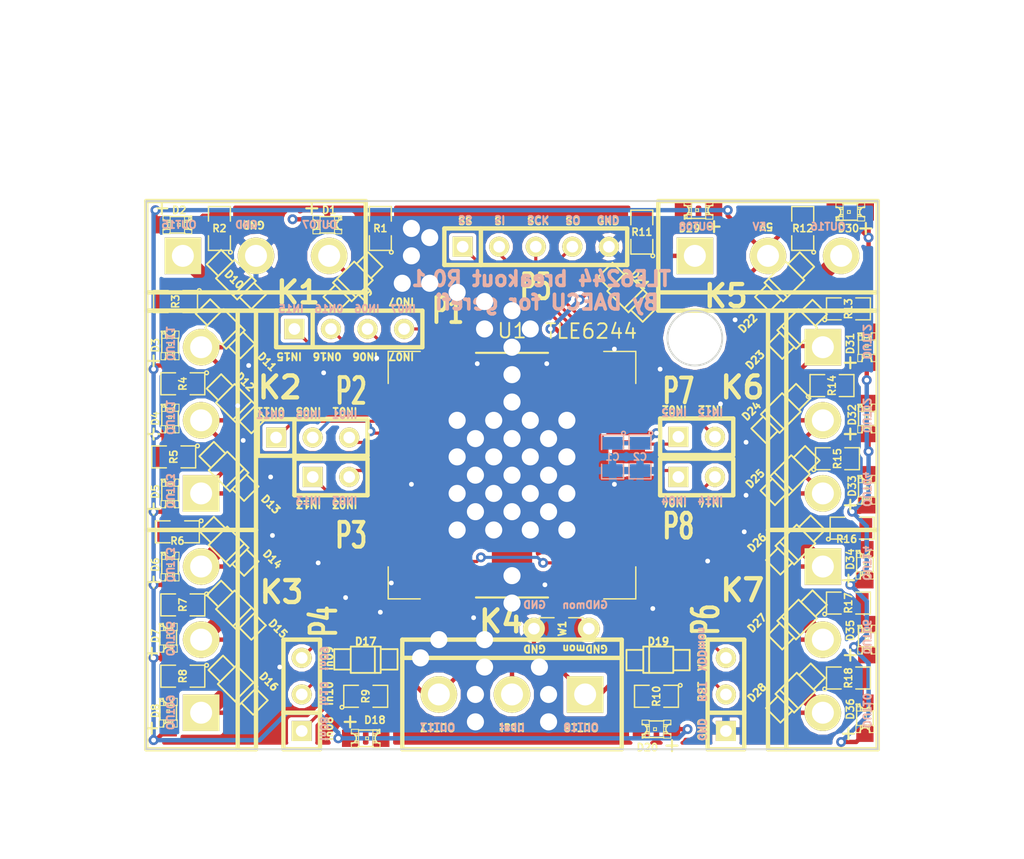
<source format=kicad_pcb>
(kicad_pcb (version 3) (host pcbnew "(2013-07-07 BZR 4022)-stable")
  (title_block (title "Breakout TLE6244") (rev R.01) (company http://gerefi.com/))
  (layers (15 F.Cu signal) (2 PWR power hide) (1 GND power hide) (0 B.Cu signal) (18 B.Paste user) (19 F.Paste user) (20 B.SilkS user) (21 F.SilkS user) (22 B.Mask user) (23 F.Mask user) (28 Edge.Cuts user))
  (net 0 "")
  (net 1 /5v)
  (net 2 /GNDmon)
  (net 3 /RST)
  (net 4 /SCK)
  (net 5 /SI)
  (net 6 /SO)
  (net 7 /SS)
  (net 8 /Ubatt)
  (net 9 /VDDmon)
  (net 10 /in01)
  (net 11 /in02)
  (net 12 /in03)
  (net 13 /in04)
  (net 14 /in05)
  (net 15 /in06)
  (net 16 /in07)
  (net 17 /in08)
  (net 18 /in09)
  (net 19 /in10)
  (net 20 /in11)
  (net 21 /in12)
  (net 22 /in13)
  (net 23 /in14)
  (net 24 /in15)
  (net 25 /in16)
  (net 26 /out01)
  (net 27 /out02)
  (net 28 /out03)
  (net 29 /out04)
  (net 30 /out05)
  (net 31 /out06)
  (net 32 /out07)
  (net 33 /out08)
  (net 34 /out09)
  (net 35 /out10)
  (net 36 /out11)
  (net 37 /out12)
  (net 38 /out13)
  (net 39 /out14)
  (net 40 /out15)
  (net 41 /out16)
  (net 42 /out17)
  (net 43 /out18)
  (net 44 GND)
  (net 45 N-0000026)
  (net 46 N-0000028)
  (net 47 N-0000029)
  (net 48 N-0000030)
  (net 49 N-0000033)
  (net 50 N-0000034)
  (net 51 N-0000039)
  (net 52 N-0000040)
  (net 53 N-0000041)
  (net 54 N-0000042)
  (net 55 N-0000043)
  (net 56 N-0000044)
  (net 57 N-0000059)
  (net 58 N-0000060)
  (net 59 N-0000061)
  (net 60 N-0000062)
  (net 61 N-0000063)
  (net 62 N-0000064)
  (net 63 N-0000065)
  (net 64 N-0000066)
  (net 65 N-0000068)
  (net 66 N-0000069)
  (net 67 N-0000070)
  (net 68 N-0000071)
  (net 69 N-0000072)
  (net 70 N-0000073)
  (net 71 N-0000074)
  (net 72 N-0000075)
  (net 73 N-0000076)
  (net 74 N-0000077)
  (net 75 N-0000078)
  (net 76 N-0000079)
  (net 77 N-0000080)
  (net 78 N-0000081)
  (net 79 N-0000083)
  (net 80 N-0000084)
  (module HiQUAD64 (layer F.Cu) (at 226.06 148.59)
    (fp_text reference U1 (at 0 -10.033) (layer F.SilkS) (effects (font (size 1.016 1.016) (thickness 0.127))))
    (fp_text value TLE6244 (at 5.5 -10) (layer F.SilkS) (effects (font (size 1.016 1.016) (thickness 0.127))))
    (pad 1 smd rect (at -8.09752 -6.17474 90) (size 0.29972 2.286) (layers F.Cu F.Paste F.Mask) (net 24 /in15))
    (pad 2 smd rect (at -8.09752 -5.5245 90) (size 0.29972 2.286) (layers F.Cu F.Paste F.Mask) (net 40 /out15))
    (pad 3 smd rect (at -8.09752 -4.87426 90) (size 0.29972 2.286) (layers F.Cu F.Paste F.Mask) (net 40 /out15))
    (pad 4 smd rect (at -8.09752 -4.22402 90) (size 0.29972 2.286) (layers F.Cu F.Paste F.Mask) (net 36 /out11))
    (pad 5 smd rect (at -8.09752 -3.57378 90) (size 0.29972 2.286) (layers F.Cu F.Paste F.Mask) (net 20 /in11))
    (pad 6 smd rect (at -8.09752 -2.92354 90) (size 0.29972 2.286) (layers F.Cu F.Paste F.Mask) (net 14 /in05))
    (pad 7 smd rect (at -8.09752 -2.2733 90) (size 0.29972 2.286) (layers F.Cu F.Paste F.Mask) (net 10 /in01))
    (pad 8 smd rect (at -8.09752 -1.62306 90) (size 0.29972 2.286) (layers F.Cu F.Paste F.Mask) (net 26 /out01))
    (pad 9 smd rect (at -8.09752 -0.97282 90) (size 0.29972 2.286) (layers F.Cu F.Paste F.Mask) (net 28 /out03))
    (pad 10 smd rect (at -8.09752 -0.32258 90) (size 0.29972 2.286) (layers F.Cu F.Paste F.Mask) (net 12 /in03))
    (pad 11 smd rect (at -8.09752 0.32258 90) (size 0.29972 2.286) (layers F.Cu F.Paste F.Mask) (net 44 GND))
    (pad 12 smd rect (at -8.09752 0.97282 90) (size 0.29972 2.286) (layers F.Cu F.Paste F.Mask) (net 44 GND))
    (pad 13 smd rect (at -8.09752 1.62306 90) (size 0.29972 2.286) (layers F.Cu F.Paste F.Mask) (net 22 /in13))
    (pad 14 smd rect (at -8.09752 2.2733 90) (size 0.29972 2.286) (layers F.Cu F.Paste F.Mask) (net 38 /out13))
    (pad 15 smd rect (at -8.09752 2.92354 90) (size 0.29972 2.286) (layers F.Cu F.Paste F.Mask) (net 38 /out13))
    (pad 16 smd rect (at -8.09752 3.57378 90) (size 0.29972 2.286) (layers F.Cu F.Paste F.Mask) (net 30 /out05))
    (pad 17 smd rect (at -8.09752 4.22402 90) (size 0.29972 2.286) (layers F.Cu F.Paste F.Mask) (net 30 /out05))
    (pad 18 smd rect (at -8.09752 4.87426 90) (size 0.29972 2.286) (layers F.Cu F.Paste F.Mask) (net 34 /out09))
    (pad 19 smd rect (at -8.09752 5.5245 90) (size 0.29972 2.286) (layers F.Cu F.Paste F.Mask) (net 34 /out09))
    (pad 20 smd rect (at -8.09752 6.17474 90) (size 0.29972 2.286) (layers F.Cu F.Paste F.Mask) (net 18 /in09))
    (pad 21 smd rect (at -6.07378 8.09752 180) (size 0.29972 2.286) (layers F.Cu F.Paste F.Mask))
    (pad 22 smd rect (at -5.42354 8.09752 180) (size 0.29972 2.286) (layers F.Cu F.Paste F.Mask) (net 17 /in08))
    (pad 23 smd rect (at -4.7733 8.09752 180) (size 0.29972 2.286) (layers F.Cu F.Paste F.Mask) (net 8 /Ubatt))
    (pad 24 smd rect (at -4.12306 8.09752 180) (size 0.29972 2.286) (layers F.Cu F.Paste F.Mask))
    (pad 25 smd rect (at -3.47282 8.09752 180) (size 0.29972 2.286) (layers F.Cu F.Paste F.Mask) (net 42 /out17))
    (pad 26 smd rect (at -2.82258 8.09752 180) (size 0.29972 2.286) (layers F.Cu F.Paste F.Mask) (net 44 GND))
    (pad 27 smd rect (at 2.82258 8.09752 180) (size 0.29972 2.286) (layers F.Cu F.Paste F.Mask) (net 44 GND))
    (pad 28 smd rect (at 3.47282 8.09752 180) (size 0.29972 2.286) (layers F.Cu F.Paste F.Mask) (net 43 /out18))
    (pad 29 smd rect (at 4.12306 8.09752 180) (size 0.29972 2.286) (layers F.Cu F.Paste F.Mask) (net 2 /GNDmon))
    (pad 30 smd rect (at 4.7733 8.09752 180) (size 0.29972 2.286) (layers F.Cu F.Paste F.Mask) (net 9 /VDDmon))
    (pad 31 smd rect (at 5.42354 8.09752 180) (size 0.29972 2.286) (layers F.Cu F.Paste F.Mask) (net 3 /RST))
    (pad 32 smd rect (at 6.07378 8.09752 180) (size 0.29972 2.286) (layers F.Cu F.Paste F.Mask))
    (pad 33 smd rect (at 8.09752 6.17474 270) (size 0.29972 2.286) (layers F.Cu F.Paste F.Mask) (net 19 /in10))
    (pad 34 smd rect (at 8.09752 5.5245 270) (size 0.29972 2.286) (layers F.Cu F.Paste F.Mask) (net 35 /out10))
    (pad 35 smd rect (at 8.09752 4.87426 270) (size 0.29972 2.286) (layers F.Cu F.Paste F.Mask) (net 35 /out10))
    (pad 36 smd rect (at 8.09752 4.22402 270) (size 0.29972 2.286) (layers F.Cu F.Paste F.Mask) (net 31 /out06))
    (pad 37 smd rect (at 8.09752 3.57378 270) (size 0.29972 2.286) (layers F.Cu F.Paste F.Mask) (net 31 /out06))
    (pad 38 smd rect (at 8.09752 2.92354 270) (size 0.29972 2.286) (layers F.Cu F.Paste F.Mask) (net 39 /out14))
    (pad 39 smd rect (at 8.09752 2.2733 270) (size 0.29972 2.286) (layers F.Cu F.Paste F.Mask) (net 39 /out14))
    (pad 40 smd rect (at 8.09752 1.62306 270) (size 0.29972 2.286) (layers F.Cu F.Paste F.Mask) (net 23 /in14))
    (pad 41 smd rect (at 8.09752 0.97282 270) (size 0.29972 2.286) (layers F.Cu F.Paste F.Mask) (net 44 GND))
    (pad 42 smd rect (at 8.09752 0.32258 270) (size 0.29972 2.286) (layers F.Cu F.Paste F.Mask) (net 44 GND))
    (pad 43 smd rect (at 8.09752 -0.32258 270) (size 0.29972 2.286) (layers F.Cu F.Paste F.Mask) (net 13 /in04))
    (pad 44 smd rect (at 8.09752 -0.97282 270) (size 0.29972 2.286) (layers F.Cu F.Paste F.Mask) (net 29 /out04))
    (pad 45 smd rect (at 8.09752 -1.62306 270) (size 0.29972 2.286) (layers F.Cu F.Paste F.Mask) (net 27 /out02))
    (pad 46 smd rect (at 8.09752 -2.2733 270) (size 0.29972 2.286) (layers F.Cu F.Paste F.Mask) (net 11 /in02))
    (pad 47 smd rect (at 8.09752 -2.92354 270) (size 0.29972 2.286) (layers F.Cu F.Paste F.Mask) (net 1 /5v))
    (pad 48 smd rect (at 8.09752 -3.57378 270) (size 0.29972 2.286) (layers F.Cu F.Paste F.Mask) (net 21 /in12))
    (pad 49 smd rect (at 8.09752 -4.22402 270) (size 0.29972 2.286) (layers F.Cu F.Paste F.Mask) (net 37 /out12))
    (pad 50 smd rect (at 8.09752 -4.87426 270) (size 0.29972 2.286) (layers F.Cu F.Paste F.Mask) (net 41 /out16))
    (pad 51 smd rect (at 8.09752 -5.5245 270) (size 0.29972 2.286) (layers F.Cu F.Paste F.Mask) (net 41 /out16))
    (pad 52 smd rect (at 8.09752 -6.17474 270) (size 0.29972 2.286) (layers F.Cu F.Paste F.Mask))
    (pad 53 smd rect (at 6.07378 -8.09752) (size 0.29972 2.286) (layers F.Cu F.Paste F.Mask) (net 6 /SO))
    (pad 54 smd rect (at 5.42354 -8.09752) (size 0.29972 2.286) (layers F.Cu F.Paste F.Mask) (net 4 /SCK))
    (pad 55 smd rect (at 4.7733 -8.09752) (size 0.29972 2.286) (layers F.Cu F.Paste F.Mask) (net 5 /SI))
    (pad 56 smd rect (at 4.12306 -8.09752) (size 0.29972 2.286) (layers F.Cu F.Paste F.Mask) (net 7 /SS))
    (pad 57 smd rect (at 3.47282 -8.09752) (size 0.29972 2.286) (layers F.Cu F.Paste F.Mask) (net 33 /out08))
    (pad 58 smd rect (at 2.82258 -8.09752) (size 0.29972 2.286) (layers F.Cu F.Paste F.Mask) (net 44 GND))
    (pad 59 smd rect (at -2.82258 -8.09752) (size 0.29972 2.286) (layers F.Cu F.Paste F.Mask) (net 44 GND))
    (pad 60 smd rect (at -3.47282 -8.09752) (size 0.29972 2.286) (layers F.Cu F.Paste F.Mask) (net 32 /out07))
    (pad 61 smd rect (at -4.12306 -8.09752) (size 0.29972 2.286) (layers F.Cu F.Paste F.Mask) (net 16 /in07))
    (pad 62 smd rect (at -4.7733 -8.09752) (size 0.29972 2.286) (layers F.Cu F.Paste F.Mask) (net 25 /in16))
    (pad 63 smd rect (at -5.42354 -8.09752) (size 0.29972 2.286) (layers F.Cu F.Paste F.Mask) (net 15 /in06))
    (pad 64 smd rect (at -6.07378 -8.09752) (size 0.29972 2.286) (layers F.Cu F.Paste F.Mask) (net 15 /in06))
    (pad slug smd rect (at 0 0 270) (size 9.5 9.5) (layers *.Paste *.Mask F.Cu) (net 44 GND))
    (pad slug smd rect (at 0 -6.858) (size 2.8 4.394) (layers F.Cu F.Paste F.Mask) (net 44 GND))
    (pad slug smd rect (at 0 6.858) (size 2.8 4.394) (layers F.Cu F.Paste F.Mask) (net 44 GND))
  )
  (module SIL-3 (layer F.Cu) (at 212.217 145.9738)
    (fp_text reference P2 (at 2.667 -3.2258) (layer F.SilkS) (effects (font (size 1.7907 1.07696) (thickness 0.3048))))
    (fp_text value CONN_3 hide)
    (pad 1 thru_hole rect (at -2.54 0) (size 1.397 1.397) (drill 0.8128) (layers *.Cu *.Mask F.SilkS) (net 20 /in11))
    (pad 2 thru_hole circle (at 0 0) (size 1.397 1.397) (drill 0.8128) (layers *.Cu *.Mask F.SilkS) (net 14 /in05))
    (pad 3 thru_hole circle (at 2.54 0) (size 1.397 1.397) (drill 0.8128) (layers *.Cu *.Mask F.SilkS) (net 10 /in01))
  )
  (module SOD-123 (layer F.Cu) (at 206.375 153.543 315)
    (fp_text reference D14 (at 2.783879 -1.526644 315) (layer F.SilkS) (effects (font (size 0.508 0.508) (thickness 0.127))))
    (fp_text value DIODE hide)
    (pad 1 smd rect (at -1.6256 -0.0254 315) (size 0.9652 1.27) (layers F.Cu F.Paste F.Mask) (net 70 N-0000073))
    (pad 2 smd rect (at 1.651 -0.0254 315) (size 0.9652 1.27) (layers F.Cu F.Paste F.Mask) (net 38 /out13))
  )
  (module SOD-123 (layer F.Cu) (at 245.872 158.623 225)
    (fp_text reference D27 (at 2.155261 1.796051 225) (layer F.SilkS) (effects (font (size 0.508 0.508) (thickness 0.127))))
    (fp_text value DIODE hide)
    (pad 1 smd rect (at -1.6256 -0.0254 225) (size 0.9652 1.27) (layers F.Cu F.Paste F.Mask) (net 57 N-0000059))
    (pad 2 smd rect (at 1.651 -0.0254 225) (size 0.9652 1.27) (layers F.Cu F.Paste F.Mask) (net 31 /out06))
  )
  (module SOD-123 (layer F.Cu) (at 245.745 153.416 225)
    (fp_text reference D26 (at 1.796051 1.975656 225) (layer F.SilkS) (effects (font (size 0.508 0.508) (thickness 0.127))))
    (fp_text value DIODE hide)
    (pad 1 smd rect (at -1.6256 -0.0254 225) (size 0.9652 1.27) (layers F.Cu F.Paste F.Mask) (net 61 N-0000063))
    (pad 2 smd rect (at 1.651 -0.0254 225) (size 0.9652 1.27) (layers F.Cu F.Paste F.Mask) (net 39 /out14))
  )
  (module SOD-123 (layer F.Cu) (at 245.364 148.59 225)
    (fp_text reference D25 (at 1.885854 1.526644 225) (layer F.SilkS) (effects (font (size 0.508 0.508) (thickness 0.127))))
    (fp_text value DIODE hide)
    (pad 1 smd rect (at -1.6256 -0.0254 225) (size 0.9652 1.27) (layers F.Cu F.Paste F.Mask) (net 63 N-0000065))
    (pad 2 smd rect (at 1.651 -0.0254 225) (size 0.9652 1.27) (layers F.Cu F.Paste F.Mask) (net 29 /out04))
  )
  (module SOD-123 (layer F.Cu) (at 245.745 163.703 225)
    (fp_text reference D28 (at 1.885854 1.885854 225) (layer F.SilkS) (effects (font (size 0.508 0.508) (thickness 0.127))))
    (fp_text value DIODE hide)
    (pad 1 smd rect (at -1.6256 -0.0254 225) (size 0.9652 1.27) (layers F.Cu F.Paste F.Mask) (net 58 N-0000060))
    (pad 2 smd rect (at 1.651 -0.0254 225) (size 0.9652 1.27) (layers F.Cu F.Paste F.Mask) (net 35 /out10))
  )
  (module SOD-123 (layer F.Cu) (at 244.729 144.272 225)
    (fp_text reference D24 (at 1.347038 1.526644 225) (layer F.SilkS) (effects (font (size 0.508 0.508) (thickness 0.127))))
    (fp_text value DIODE hide)
    (pad 1 smd rect (at -1.6256 -0.0254 225) (size 0.9652 1.27) (layers F.Cu F.Paste F.Mask) (net 75 N-0000078))
    (pad 2 smd rect (at 1.651 -0.0254 225) (size 0.9652 1.27) (layers F.Cu F.Paste F.Mask) (net 27 /out02))
  )
  (module SOD-123 (layer F.Cu) (at 206.883 135.001 315)
    (fp_text reference D10 (at -0.089803 0.089803 315) (layer F.SilkS) (effects (font (size 0.508 0.508) (thickness 0.127))))
    (fp_text value DIODE hide)
    (pad 1 smd rect (at -1.6256 -0.0254 315) (size 0.9652 1.27) (layers F.Cu F.Paste F.Mask) (net 56 N-0000044))
    (pad 2 smd rect (at 1.651 -0.0254 315) (size 0.9652 1.27) (layers F.Cu F.Paste F.Mask) (net 40 /out15))
  )
  (module SOD-123 (layer F.Cu) (at 245.872 138.43 225)
    (fp_text reference D23 (at 3.592102 0.538815 225) (layer F.SilkS) (effects (font (size 0.508 0.508) (thickness 0.127))))
    (fp_text value DIODE hide)
    (pad 1 smd rect (at -1.6256 -0.0254 225) (size 0.9652 1.27) (layers F.Cu F.Paste F.Mask) (net 77 N-0000080))
    (pad 2 smd rect (at 1.651 -0.0254 225) (size 0.9652 1.27) (layers F.Cu F.Paste F.Mask) (net 37 /out12))
  )
  (module SOD-123 (layer F.Cu) (at 207.01 163.195 315)
    (fp_text reference D16 (at 1.347038 -1.706249 315) (layer F.SilkS) (effects (font (size 0.508 0.508) (thickness 0.127))))
    (fp_text value DIODE hide)
    (pad 1 smd rect (at -1.6256 -0.0254 315) (size 0.9652 1.27) (layers F.Cu F.Paste F.Mask) (net 79 N-0000083))
    (pad 2 smd rect (at 1.651 -0.0254 315) (size 0.9652 1.27) (layers F.Cu F.Paste F.Mask) (net 34 /out09))
  )
  (module SOD-123 (layer F.Cu) (at 236.22 161.417 180)
    (fp_text reference D19 (at 0 1.27 180) (layer F.SilkS) (effects (font (size 0.508 0.508) (thickness 0.127))))
    (fp_text value DIODE hide)
    (pad 1 smd rect (at -1.6256 -0.0254 180) (size 0.9652 1.27) (layers F.Cu F.Paste F.Mask) (net 65 N-0000068))
    (pad 2 smd rect (at 1.651 -0.0254 180) (size 0.9652 1.27) (layers F.Cu F.Paste F.Mask) (net 43 /out18))
  )
  (module SOD-123 (layer F.Cu) (at 206.883 157.988 315)
    (fp_text reference D15 (at 2.963485 -1.167433 315) (layer F.SilkS) (effects (font (size 0.508 0.508) (thickness 0.127))))
    (fp_text value DIODE hide)
    (pad 1 smd rect (at -1.6256 -0.0254 315) (size 0.9652 1.27) (layers F.Cu F.Paste F.Mask) (net 69 N-0000072))
    (pad 2 smd rect (at 1.651 -0.0254 315) (size 0.9652 1.27) (layers F.Cu F.Paste F.Mask) (net 30 /out05))
  )
  (module SOD-123 (layer F.Cu) (at 215.011 135.128 225)
    (fp_text reference D9 (at 0 -1.27 225) (layer F.SilkS) (effects (font (size 0.508 0.508) (thickness 0.127))))
    (fp_text value DIODE hide)
    (pad 1 smd rect (at -1.6256 -0.0254 225) (size 0.9652 1.27) (layers F.Cu F.Paste F.Mask) (net 45 N-0000026))
    (pad 2 smd rect (at 1.651 -0.0254 225) (size 0.9652 1.27) (layers F.Cu F.Paste F.Mask) (net 32 /out07))
  )
  (module SOD-123 (layer F.Cu) (at 206.375 148.336 315)
    (fp_text reference D13 (at 3.681905 -0.449013 315) (layer F.SilkS) (effects (font (size 0.508 0.508) (thickness 0.127))))
    (fp_text value DIODE hide)
    (pad 1 smd rect (at -1.6256 -0.0254 315) (size 0.9652 1.27) (layers F.Cu F.Paste F.Mask) (net 72 N-0000075))
    (pad 2 smd rect (at 1.651 -0.0254 315) (size 0.9652 1.27) (layers F.Cu F.Paste F.Mask) (net 28 /out03))
  )
  (module SOD-123 (layer F.Cu) (at 206.883 143.637 315)
    (fp_text reference D12 (at -0.628618 -1.526644 315) (layer F.SilkS) (effects (font (size 0.508 0.508) (thickness 0.127))))
    (fp_text value DIODE hide)
    (pad 1 smd rect (at -1.6256 -0.0254 315) (size 0.9652 1.27) (layers F.Cu F.Paste F.Mask) (net 73 N-0000076))
    (pad 2 smd rect (at 1.651 -0.0254 315) (size 0.9652 1.27) (layers F.Cu F.Paste F.Mask) (net 26 /out01))
  )
  (module SOD-123 (layer F.Cu) (at 206.121 138.43 315)
    (fp_text reference D11 (at 3.681905 -0.449013 315) (layer F.SilkS) (effects (font (size 0.508 0.508) (thickness 0.127))))
    (fp_text value DIODE hide)
    (pad 1 smd rect (at -1.6256 -0.0254 315) (size 0.9652 1.27) (layers F.Cu F.Paste F.Mask) (net 52 N-0000040))
    (pad 2 smd rect (at 1.651 -0.0254 315) (size 0.9652 1.27) (layers F.Cu F.Paste F.Mask) (net 36 /out11))
  )
  (module SOD-123 (layer F.Cu) (at 215.9 161.417)
    (fp_text reference D17 (at 0 -1.27) (layer F.SilkS) (effects (font (size 0.508 0.508) (thickness 0.127))))
    (fp_text value DIODE hide)
    (pad 1 smd rect (at -1.6256 -0.0254) (size 0.9652 1.27) (layers F.Cu F.Paste F.Mask) (net 49 N-0000033))
    (pad 2 smd rect (at 1.651 -0.0254) (size 0.9652 1.27) (layers F.Cu F.Paste F.Mask) (net 42 /out17))
  )
  (module SOD-123 (layer F.Cu) (at 244.983 135.128 225)
    (fp_text reference D22 (at 3.86151 -0.269408 225) (layer F.SilkS) (effects (font (size 0.508 0.508) (thickness 0.127))))
    (fp_text value DIODE hide)
    (pad 1 smd rect (at -1.6256 -0.0254 225) (size 0.9652 1.27) (layers F.Cu F.Paste F.Mask) (net 53 N-0000041))
    (pad 2 smd rect (at 1.651 -0.0254 225) (size 0.9652 1.27) (layers F.Cu F.Paste F.Mask) (net 41 /out16))
  )
  (module SOD-123 (layer F.Cu) (at 234.061 135.89 315)
    (fp_text reference D21 (at 0 -1.27 315) (layer F.SilkS) (effects (font (size 0.508 0.508) (thickness 0.127))))
    (fp_text value DIODE hide)
    (pad 1 smd rect (at -1.6256 -0.0254 315) (size 0.9652 1.27) (layers F.Cu F.Paste F.Mask) (net 46 N-0000028))
    (pad 2 smd rect (at 1.651 -0.0254 315) (size 0.9652 1.27) (layers F.Cu F.Paste F.Mask) (net 33 /out08))
  )
  (module SM0805_jumper (layer F.Cu) (at 229.489 159.258)
    (fp_text reference W1 (at 0.0635 0 90) (layer F.SilkS) (effects (font (size 0.508 0.508) (thickness 0.127))))
    (fp_text value TEST hide)
    (pad 2 smd rect (at 1.27 0) (size 1.524 0.2032) (layers F.Cu F.Paste F.Mask) (net 2 /GNDmon))
    (pad 1 smd rect (at -0.9525 0) (size 0.889 1.397) (layers F.Cu F.Paste F.Mask) (net 44 GND))
    (pad 2 smd rect (at 0.9525 0) (size 0.889 1.397) (layers F.Cu F.Paste F.Mask) (net 2 /GNDmon))
    (pad 2 thru_hole circle (at 1.905 0) (size 1.524 1.524) (drill 0.8128) (layers *.Cu *.Mask F.SilkS) (net 2 /GNDmon))
    (pad 1 thru_hole circle (at -1.905 0) (size 1.524 1.524) (drill 0.8128) (layers *.Cu *.Mask F.SilkS) (net 44 GND))
    (pad 1 smd rect (at -1.27 0) (size 1.524 0.2032) (layers F.Cu F.Paste F.Mask) (net 44 GND))
  )
  (module SM0805 (layer F.Cu) (at 249.428 137.033)
    (fp_text reference R13 (at 0 0 90) (layer F.SilkS) (effects (font (size 0.50038 0.50038) (thickness 0.10922))))
    (fp_text value 1K hide)
    (pad 1 smd rect (at -0.9525 0) (size 0.889 1.397) (layers F.Cu F.Paste F.Mask) (net 77 N-0000080))
    (pad 2 smd rect (at 0.9525 0) (size 0.889 1.397) (layers F.Cu F.Paste F.Mask) (net 78 N-0000081))
  )
  (module SM0805 (layer F.Cu) (at 249.428 157.48)
    (fp_text reference R17 (at 0 0 90) (layer F.SilkS) (effects (font (size 0.50038 0.50038) (thickness 0.10922))))
    (fp_text value 1K hide)
    (pad 1 smd rect (at -0.9525 0) (size 0.889 1.397) (layers F.Cu F.Paste F.Mask) (net 57 N-0000059))
    (pad 2 smd rect (at 0.9525 0) (size 0.889 1.397) (layers F.Cu F.Paste F.Mask) (net 60 N-0000062))
  )
  (module SM0805 (layer F.Cu) (at 215.9 163.957)
    (fp_text reference R9 (at 0 0 90) (layer F.SilkS) (effects (font (size 0.50038 0.50038) (thickness 0.10922))))
    (fp_text value 1K hide)
    (pad 1 smd rect (at -0.9525 0) (size 0.889 1.397) (layers F.Cu F.Paste F.Mask) (net 49 N-0000033))
    (pad 2 smd rect (at 0.9525 0) (size 0.889 1.397) (layers F.Cu F.Paste F.Mask) (net 50 N-0000034))
  )
  (module SM0805 (layer F.Cu) (at 249.428 162.687)
    (fp_text reference R18 (at 0 0 90) (layer F.SilkS) (effects (font (size 0.50038 0.50038) (thickness 0.10922))))
    (fp_text value 1K hide)
    (pad 1 smd rect (at -0.9525 0) (size 0.889 1.397) (layers F.Cu F.Paste F.Mask) (net 58 N-0000060))
    (pad 2 smd rect (at 0.9525 0) (size 0.889 1.397) (layers F.Cu F.Paste F.Mask) (net 59 N-0000061))
  )
  (module SM0805 (layer F.Cu) (at 249.682 152.273)
    (fp_text reference R16 (at -0.381 0.762) (layer F.SilkS) (effects (font (size 0.50038 0.50038) (thickness 0.10922))))
    (fp_text value 1K hide)
    (pad 1 smd rect (at -0.9525 0) (size 0.889 1.397) (layers F.Cu F.Paste F.Mask) (net 61 N-0000063))
    (pad 2 smd rect (at 0.9525 0) (size 0.889 1.397) (layers F.Cu F.Paste F.Mask) (net 62 N-0000064))
  )
  (module SM0805 (layer F.Cu) (at 248.666 147.447)
    (fp_text reference R15 (at 0 0 90) (layer F.SilkS) (effects (font (size 0.50038 0.50038) (thickness 0.10922))))
    (fp_text value 1K hide)
    (pad 1 smd rect (at -0.9525 0) (size 0.889 1.397) (layers F.Cu F.Paste F.Mask) (net 63 N-0000065))
    (pad 2 smd rect (at 0.9525 0) (size 0.889 1.397) (layers F.Cu F.Paste F.Mask) (net 64 N-0000066))
  )
  (module SM0805 (layer F.Cu) (at 205.74 131.445 90)
    (fp_text reference R2 (at 0 0 180) (layer F.SilkS) (effects (font (size 0.50038 0.50038) (thickness 0.10922))))
    (fp_text value 1K hide)
    (pad 1 smd rect (at -0.9525 0 90) (size 0.889 1.397) (layers F.Cu F.Paste F.Mask) (net 56 N-0000044))
    (pad 2 smd rect (at 0.9525 0 90) (size 0.889 1.397) (layers F.Cu F.Paste F.Mask) (net 55 N-0000043))
  )
  (module SM0805 (layer B.Cu) (at 233.045 147.32 270)
    (fp_text reference C1 (at 0 0 540) (layer B.SilkS) (effects (font (size 0.50038 0.50038) (thickness 0.10922)) (justify mirror)))
    (fp_text value 1uF hide)
    (pad 1 smd rect (at -0.9525 0 270) (size 0.889 1.397) (layers B.Cu B.Paste B.Mask) (net 1 /5v))
    (pad 2 smd rect (at 0.9525 0 270) (size 0.889 1.397) (layers B.Cu B.Paste B.Mask) (net 44 GND))
  )
  (module SM0805 (layer F.Cu) (at 248.285 142.367)
    (fp_text reference R14 (at 0 0 90) (layer F.SilkS) (effects (font (size 0.50038 0.50038) (thickness 0.10922))))
    (fp_text value 1K hide)
    (pad 1 smd rect (at -0.9525 0) (size 0.889 1.397) (layers F.Cu F.Paste F.Mask) (net 75 N-0000078))
    (pad 2 smd rect (at 0.9525 0) (size 0.889 1.397) (layers F.Cu F.Paste F.Mask) (net 76 N-0000079))
  )
  (module SM0805 (layer F.Cu) (at 246.253 131.445 90)
    (fp_text reference R12 (at 0 0 180) (layer F.SilkS) (effects (font (size 0.50038 0.50038) (thickness 0.10922))))
    (fp_text value 1K hide)
    (pad 1 smd rect (at -0.9525 0 90) (size 0.889 1.397) (layers F.Cu F.Paste F.Mask) (net 53 N-0000041))
    (pad 2 smd rect (at 0.9525 0 90) (size 0.889 1.397) (layers F.Cu F.Paste F.Mask) (net 54 N-0000042))
  )
  (module SM0805 (layer F.Cu) (at 236.093 163.957 180)
    (fp_text reference R10 (at 0 0 270) (layer F.SilkS) (effects (font (size 0.50038 0.50038) (thickness 0.10922))))
    (fp_text value 1K hide)
    (pad 1 smd rect (at -0.9525 0 180) (size 0.889 1.397) (layers F.Cu F.Paste F.Mask) (net 65 N-0000068))
    (pad 2 smd rect (at 0.9525 0 180) (size 0.889 1.397) (layers F.Cu F.Paste F.Mask) (net 66 N-0000069))
  )
  (module SM0805 (layer B.Cu) (at 234.95 147.32 270)
    (fp_text reference C2 (at 0 0 540) (layer B.SilkS) (effects (font (size 0.50038 0.50038) (thickness 0.10922)) (justify mirror)))
    (fp_text value .01uF hide)
    (pad 1 smd rect (at -0.9525 0 270) (size 0.889 1.397) (layers B.Cu B.Paste B.Mask) (net 1 /5v))
    (pad 2 smd rect (at 0.9525 0 270) (size 0.889 1.397) (layers B.Cu B.Paste B.Mask) (net 44 GND))
  )
  (module SM0805 (layer F.Cu) (at 203.2 162.56 180)
    (fp_text reference R8 (at 0 0 270) (layer F.SilkS) (effects (font (size 0.50038 0.50038) (thickness 0.10922))))
    (fp_text value 1K hide)
    (pad 1 smd rect (at -0.9525 0 180) (size 0.889 1.397) (layers F.Cu F.Paste F.Mask) (net 79 N-0000083))
    (pad 2 smd rect (at 0.9525 0 180) (size 0.889 1.397) (layers F.Cu F.Paste F.Mask) (net 80 N-0000084))
  )
  (module SM0805 (layer F.Cu) (at 202.692 136.525 180)
    (fp_text reference R3 (at 0 0 270) (layer F.SilkS) (effects (font (size 0.50038 0.50038) (thickness 0.10922))))
    (fp_text value 1K hide)
    (pad 1 smd rect (at -0.9525 0 180) (size 0.889 1.397) (layers F.Cu F.Paste F.Mask) (net 52 N-0000040))
    (pad 2 smd rect (at 0.9525 0 180) (size 0.889 1.397) (layers F.Cu F.Paste F.Mask) (net 51 N-0000039))
  )
  (module SM0805 (layer F.Cu) (at 216.916 131.445 90)
    (fp_text reference R1 (at 0 0 180) (layer F.SilkS) (effects (font (size 0.50038 0.50038) (thickness 0.10922))))
    (fp_text value 1K hide)
    (pad 1 smd rect (at -0.9525 0 90) (size 0.889 1.397) (layers F.Cu F.Paste F.Mask) (net 45 N-0000026))
    (pad 2 smd rect (at 0.9525 0 90) (size 0.889 1.397) (layers F.Cu F.Paste F.Mask) (net 48 N-0000030))
  )
  (module SM0805 (layer F.Cu) (at 203.2 157.607 180)
    (fp_text reference R7 (at 0 0 270) (layer F.SilkS) (effects (font (size 0.50038 0.50038) (thickness 0.10922))))
    (fp_text value 1K hide)
    (pad 1 smd rect (at -0.9525 0 180) (size 0.889 1.397) (layers F.Cu F.Paste F.Mask) (net 69 N-0000072))
    (pad 2 smd rect (at 0.9525 0 180) (size 0.889 1.397) (layers F.Cu F.Paste F.Mask) (net 68 N-0000071))
  )
  (module SM0805 (layer F.Cu) (at 202.819 152.527 180)
    (fp_text reference R6 (at 0 -0.635 180) (layer F.SilkS) (effects (font (size 0.50038 0.50038) (thickness 0.10922))))
    (fp_text value 1K hide)
    (pad 1 smd rect (at -0.9525 0 180) (size 0.889 1.397) (layers F.Cu F.Paste F.Mask) (net 70 N-0000073))
    (pad 2 smd rect (at 0.9525 0 180) (size 0.889 1.397) (layers F.Cu F.Paste F.Mask) (net 71 N-0000074))
  )
  (module SM0805 (layer F.Cu) (at 235.077 131.699 90)
    (fp_text reference R11 (at 0 0 180) (layer F.SilkS) (effects (font (size 0.50038 0.50038) (thickness 0.10922))))
    (fp_text value 1K hide)
    (pad 1 smd rect (at -0.9525 0 90) (size 0.889 1.397) (layers F.Cu F.Paste F.Mask) (net 46 N-0000028))
    (pad 2 smd rect (at 0.9525 0 90) (size 0.889 1.397) (layers F.Cu F.Paste F.Mask) (net 47 N-0000029))
  )
  (module SM0805 (layer F.Cu) (at 202.565 147.32 180)
    (fp_text reference R5 (at 0 0 270) (layer F.SilkS) (effects (font (size 0.50038 0.50038) (thickness 0.10922))))
    (fp_text value 1K hide)
    (pad 1 smd rect (at -0.9525 0 180) (size 0.889 1.397) (layers F.Cu F.Paste F.Mask) (net 72 N-0000075))
    (pad 2 smd rect (at 0.9525 0 180) (size 0.889 1.397) (layers F.Cu F.Paste F.Mask) (net 67 N-0000070))
  )
  (module SM0805 (layer F.Cu) (at 203.2 142.24 180)
    (fp_text reference R4 (at 0 0 270) (layer F.SilkS) (effects (font (size 0.50038 0.50038) (thickness 0.10922))))
    (fp_text value 1K hide)
    (pad 1 smd rect (at -0.9525 0 180) (size 0.889 1.397) (layers F.Cu F.Paste F.Mask) (net 73 N-0000076))
    (pad 2 smd rect (at 0.9525 0 180) (size 0.889 1.397) (layers F.Cu F.Paste F.Mask) (net 74 N-0000077))
  )
  (module LED-0805_A (layer F.Cu) (at 215.9 166.878)
    (fp_text reference D18 (at 0.635 -1.27) (layer F.SilkS) (effects (font (size 0.508 0.508) (thickness 0.10922))))
    (fp_text value LED-red hide)
    (pad 1 smd rect (at -1.04902 0) (size 1.19888 1.19888) (layers F.Cu F.Paste F.Mask) (net 1 /5v))
    (pad 2 smd rect (at 1.04902 0) (size 1.19888 1.19888) (layers F.Cu F.Paste F.Mask) (net 50 N-0000034))
  )
  (module LED-0805_A (layer F.Cu) (at 239.014 130.175 180)
    (fp_text reference D29 (at 0.635 -1.27 180) (layer F.SilkS) (effects (font (size 0.508 0.508) (thickness 0.10922))))
    (fp_text value LED-red hide)
    (pad 1 smd rect (at -1.04902 0 180) (size 1.19888 1.19888) (layers F.Cu F.Paste F.Mask) (net 1 /5v))
    (pad 2 smd rect (at 1.04902 0 180) (size 1.19888 1.19888) (layers F.Cu F.Paste F.Mask) (net 47 N-0000029))
  )
  (module LED-0805_A (layer F.Cu) (at 202.311 149.86 90)
    (fp_text reference D5 (at 0.127 -1.016 90) (layer F.SilkS) (effects (font (size 0.508 0.508) (thickness 0.10922))))
    (fp_text value LED-red hide)
    (pad 1 smd rect (at -1.04902 0 90) (size 1.19888 1.19888) (layers F.Cu F.Paste F.Mask) (net 1 /5v))
    (pad 2 smd rect (at 1.04902 0 90) (size 1.19888 1.19888) (layers F.Cu F.Paste F.Mask) (net 67 N-0000070))
  )
  (module LED-0805_A (layer F.Cu) (at 202.311 154.94 90)
    (fp_text reference D6 (at 0.127 -1.016 90) (layer F.SilkS) (effects (font (size 0.508 0.508) (thickness 0.10922))))
    (fp_text value LED-red hide)
    (pad 1 smd rect (at -1.04902 0 90) (size 1.19888 1.19888) (layers F.Cu F.Paste F.Mask) (net 1 /5v))
    (pad 2 smd rect (at 1.04902 0 90) (size 1.19888 1.19888) (layers F.Cu F.Paste F.Mask) (net 71 N-0000074))
  )
  (module LED-0805_A (layer F.Cu) (at 213.233 131.191)
    (fp_text reference D1 (at 0.127 -1.016) (layer F.SilkS) (effects (font (size 0.508 0.508) (thickness 0.10922))))
    (fp_text value LED-red hide)
    (pad 1 smd rect (at -1.04902 0) (size 1.19888 1.19888) (layers F.Cu F.Paste F.Mask) (net 1 /5v))
    (pad 2 smd rect (at 1.04902 0) (size 1.19888 1.19888) (layers F.Cu F.Paste F.Mask) (net 48 N-0000030))
  )
  (module LED-0805_A (layer F.Cu) (at 202.184 159.893 90)
    (fp_text reference D7 (at 0.127 -0.889 90) (layer F.SilkS) (effects (font (size 0.508 0.508) (thickness 0.10922))))
    (fp_text value LED-red hide)
    (pad 1 smd rect (at -1.04902 0 90) (size 1.19888 1.19888) (layers F.Cu F.Paste F.Mask) (net 1 /5v))
    (pad 2 smd rect (at 1.04902 0 90) (size 1.19888 1.19888) (layers F.Cu F.Paste F.Mask) (net 68 N-0000071))
  )
  (module LED-0805_A (layer F.Cu) (at 202.311 144.653 90)
    (fp_text reference D4 (at 0 -1.016 90) (layer F.SilkS) (effects (font (size 0.508 0.508) (thickness 0.10922))))
    (fp_text value LED-red hide)
    (pad 1 smd rect (at -1.04902 0 90) (size 1.19888 1.19888) (layers F.Cu F.Paste F.Mask) (net 1 /5v))
    (pad 2 smd rect (at 1.04902 0 90) (size 1.19888 1.19888) (layers F.Cu F.Paste F.Mask) (net 74 N-0000077))
  )
  (module LED-0805_A (layer F.Cu) (at 202.311 139.573 90)
    (fp_text reference D3 (at 0 -1.016 90) (layer F.SilkS) (effects (font (size 0.508 0.508) (thickness 0.10922))))
    (fp_text value LED-red hide)
    (pad 1 smd rect (at -1.04902 0 90) (size 1.19888 1.19888) (layers F.Cu F.Paste F.Mask) (net 1 /5v))
    (pad 2 smd rect (at 1.04902 0 90) (size 1.19888 1.19888) (layers F.Cu F.Paste F.Mask) (net 51 N-0000039))
  )
  (module LED-0805_A (layer F.Cu) (at 249.555 130.302 180)
    (fp_text reference D30 (at 0.127 -1.143 180) (layer F.SilkS) (effects (font (size 0.508 0.508) (thickness 0.10922))))
    (fp_text value LED-red hide)
    (pad 1 smd rect (at -1.04902 0 180) (size 1.19888 1.19888) (layers F.Cu F.Paste F.Mask) (net 1 /5v))
    (pad 2 smd rect (at 1.04902 0 180) (size 1.19888 1.19888) (layers F.Cu F.Paste F.Mask) (net 54 N-0000042))
  )
  (module LED-0805_A (layer F.Cu) (at 202.819 131.191)
    (fp_text reference D2 (at 0.127 -1.016) (layer F.SilkS) (effects (font (size 0.508 0.508) (thickness 0.10922))))
    (fp_text value LED-red hide)
    (pad 1 smd rect (at -1.04902 0) (size 1.19888 1.19888) (layers F.Cu F.Paste F.Mask) (net 1 /5v))
    (pad 2 smd rect (at 1.04902 0) (size 1.19888 1.19888) (layers F.Cu F.Paste F.Mask) (net 55 N-0000043))
  )
  (module LED-0805_A (layer F.Cu) (at 250.698 160.02 90)
    (fp_text reference D35 (at 0.635 -1.143 90) (layer F.SilkS) (effects (font (size 0.508 0.508) (thickness 0.10922))))
    (fp_text value LED-red hide)
    (pad 1 smd rect (at -1.04902 0 90) (size 1.19888 1.19888) (layers F.Cu F.Paste F.Mask) (net 1 /5v))
    (pad 2 smd rect (at 1.04902 0 90) (size 1.19888 1.19888) (layers F.Cu F.Paste F.Mask) (net 60 N-0000062))
  )
  (module LED-0805_A (layer F.Cu) (at 202.184 165.1 90)
    (fp_text reference D8 (at 0.127 -0.889 90) (layer F.SilkS) (effects (font (size 0.508 0.508) (thickness 0.10922))))
    (fp_text value LED-red hide)
    (pad 1 smd rect (at -1.04902 0 90) (size 1.19888 1.19888) (layers F.Cu F.Paste F.Mask) (net 1 /5v))
    (pad 2 smd rect (at 1.04902 0 90) (size 1.19888 1.19888) (layers F.Cu F.Paste F.Mask) (net 80 N-0000084))
  )
  (module LED-0805_A (layer F.Cu) (at 236.093 166.243 180)
    (fp_text reference D20 (at 0.635 -1.27 180) (layer F.SilkS) (effects (font (size 0.508 0.508) (thickness 0.10922))))
    (fp_text value LED-red hide)
    (pad 1 smd rect (at -1.04902 0 180) (size 1.19888 1.19888) (layers F.Cu F.Paste F.Mask) (net 1 /5v))
    (pad 2 smd rect (at 1.04902 0 180) (size 1.19888 1.19888) (layers F.Cu F.Paste F.Mask) (net 66 N-0000069))
  )
  (module LED-0805_A (layer F.Cu) (at 250.698 139.7 90)
    (fp_text reference D31 (at 0.254 -1.143 90) (layer F.SilkS) (effects (font (size 0.508 0.508) (thickness 0.10922))))
    (fp_text value LED-red hide)
    (pad 1 smd rect (at -1.04902 0 90) (size 1.19888 1.19888) (layers F.Cu F.Paste F.Mask) (net 1 /5v))
    (pad 2 smd rect (at 1.04902 0 90) (size 1.19888 1.19888) (layers F.Cu F.Paste F.Mask) (net 78 N-0000081))
  )
  (module LED-0805_A (layer F.Cu) (at 250.698 144.653 90)
    (fp_text reference D32 (at 0.254 -1.016 90) (layer F.SilkS) (effects (font (size 0.508 0.508) (thickness 0.10922))))
    (fp_text value LED-red hide)
    (pad 1 smd rect (at -1.04902 0 90) (size 1.19888 1.19888) (layers F.Cu F.Paste F.Mask) (net 1 /5v))
    (pad 2 smd rect (at 1.04902 0 90) (size 1.19888 1.19888) (layers F.Cu F.Paste F.Mask) (net 76 N-0000079))
  )
  (module LED-0805_A (layer F.Cu) (at 250.698 149.606 90)
    (fp_text reference D33 (at 0.254 -1.016 90) (layer F.SilkS) (effects (font (size 0.508 0.508) (thickness 0.10922))))
    (fp_text value LED-red hide)
    (pad 1 smd rect (at -1.04902 0 90) (size 1.19888 1.19888) (layers F.Cu F.Paste F.Mask) (net 1 /5v))
    (pad 2 smd rect (at 1.04902 0 90) (size 1.19888 1.19888) (layers F.Cu F.Paste F.Mask) (net 64 N-0000066))
  )
  (module LED-0805_A (layer F.Cu) (at 250.571 165.481 90)
    (fp_text reference D36 (at 0.635 -1.016 90) (layer F.SilkS) (effects (font (size 0.508 0.508) (thickness 0.10922))))
    (fp_text value LED-red hide)
    (pad 1 smd rect (at -1.04902 0 90) (size 1.19888 1.19888) (layers F.Cu F.Paste F.Mask) (net 1 /5v))
    (pad 2 smd rect (at 1.04902 0 90) (size 1.19888 1.19888) (layers F.Cu F.Paste F.Mask) (net 59 N-0000061))
  )
  (module LED-0805_A (layer F.Cu) (at 250.571 154.813 90)
    (fp_text reference D34 (at 0.381 -1.016 90) (layer F.SilkS) (effects (font (size 0.508 0.508) (thickness 0.10922))))
    (fp_text value LED-red hide)
    (pad 1 smd rect (at -1.04902 0 90) (size 1.19888 1.19888) (layers F.Cu F.Paste F.Mask) (net 1 /5v))
    (pad 2 smd rect (at 1.04902 0 90) (size 1.19888 1.19888) (layers F.Cu F.Paste F.Mask) (net 62 N-0000064))
  )
  (module bornier3 (layer F.Cu) (at 243.84 133.35)
    (fp_text reference K5 (at -2.921 2.794) (layer F.SilkS) (effects (font (size 1.524 1.524) (thickness 0.3048))))
    (fp_text value CONN_3 hide)
    (pad 1 thru_hole rect (at -5.08 0) (size 2.54 2.54) (drill 1.524) (layers *.Cu *.Mask F.SilkS) (net 33 /out08))
    (pad 2 thru_hole circle (at 0 0) (size 2.54 2.54) (drill 1.524) (layers *.Cu *.Mask F.SilkS) (net 1 /5v))
    (pad 3 thru_hole circle (at 5.08 0) (size 2.54 2.54) (drill 1.524) (layers *.Cu *.Mask F.SilkS) (net 41 /out16))
  )
  (module bornier3 (layer F.Cu) (at 247.65 144.78 270)
    (fp_text reference K6 (at -2.286 5.588 360) (layer F.SilkS) (effects (font (size 1.524 1.524) (thickness 0.3048))))
    (fp_text value CONN_3 hide)
    (pad 1 thru_hole rect (at -5.08 0 270) (size 2.54 2.54) (drill 1.524) (layers *.Cu *.Mask F.SilkS) (net 37 /out12))
    (pad 2 thru_hole circle (at 0 0 270) (size 2.54 2.54) (drill 1.524) (layers *.Cu *.Mask F.SilkS) (net 27 /out02))
    (pad 3 thru_hole circle (at 5.08 0 270) (size 2.54 2.54) (drill 1.524) (layers *.Cu *.Mask F.SilkS) (net 29 /out04))
  )
  (module bornier3 (layer F.Cu) (at 208.28 133.35)
    (fp_text reference K1 (at 2.921 2.54) (layer F.SilkS) (effects (font (size 1.524 1.524) (thickness 0.3048))))
    (fp_text value CONN_3 hide)
    (pad 1 thru_hole rect (at -5.08 0) (size 2.54 2.54) (drill 1.524) (layers *.Cu *.Mask F.SilkS) (net 40 /out15))
    (pad 2 thru_hole circle (at 0 0) (size 2.54 2.54) (drill 1.524) (layers *.Cu *.Mask F.SilkS) (net 44 GND))
    (pad 3 thru_hole circle (at 5.08 0) (size 2.54 2.54) (drill 1.524) (layers *.Cu *.Mask F.SilkS) (net 32 /out07))
  )
  (module bornier3 (layer F.Cu) (at 226.06 163.83 180)
    (fp_text reference K4 (at 0.762 5.08 180) (layer F.SilkS) (effects (font (size 1.524 1.524) (thickness 0.3048))))
    (fp_text value CONN_3 hide)
    (pad 1 thru_hole rect (at -5.08 0 180) (size 2.54 2.54) (drill 1.524) (layers *.Cu *.Mask F.SilkS) (net 43 /out18))
    (pad 2 thru_hole circle (at 0 0 180) (size 2.54 2.54) (drill 1.524) (layers *.Cu *.Mask F.SilkS) (net 8 /Ubatt))
    (pad 3 thru_hole circle (at 5.08 0 180) (size 2.54 2.54) (drill 1.524) (layers *.Cu *.Mask F.SilkS) (net 42 /out17))
  )
  (module bornier3 (layer F.Cu) (at 247.65 160.02 270)
    (fp_text reference K7 (at -3.429 5.588 360) (layer F.SilkS) (effects (font (size 1.524 1.524) (thickness 0.3048))))
    (fp_text value CONN_3 hide)
    (pad 1 thru_hole rect (at -5.08 0 270) (size 2.54 2.54) (drill 1.524) (layers *.Cu *.Mask F.SilkS) (net 39 /out14))
    (pad 2 thru_hole circle (at 0 0 270) (size 2.54 2.54) (drill 1.524) (layers *.Cu *.Mask F.SilkS) (net 31 /out06))
    (pad 3 thru_hole circle (at 5.08 0 270) (size 2.54 2.54) (drill 1.524) (layers *.Cu *.Mask F.SilkS) (net 35 /out10))
  )
  (module bornier3 (layer F.Cu) (at 204.47 160.02 90)
    (fp_text reference K3 (at 3.302 5.588 180) (layer F.SilkS) (effects (font (size 1.524 1.524) (thickness 0.3048))))
    (fp_text value CONN_3 hide)
    (pad 1 thru_hole rect (at -5.08 0 90) (size 2.54 2.54) (drill 1.524) (layers *.Cu *.Mask F.SilkS) (net 34 /out09))
    (pad 2 thru_hole circle (at 0 0 90) (size 2.54 2.54) (drill 1.524) (layers *.Cu *.Mask F.SilkS) (net 30 /out05))
    (pad 3 thru_hole circle (at 5.08 0 90) (size 2.54 2.54) (drill 1.524) (layers *.Cu *.Mask F.SilkS) (net 38 /out13))
  )
  (module bornier3 (layer F.Cu) (at 204.47 144.78 90)
    (fp_text reference K2 (at 2.286 5.461 180) (layer F.SilkS) (effects (font (size 1.524 1.524) (thickness 0.3048))))
    (fp_text value CONN_3 hide)
    (pad 1 thru_hole rect (at -5.08 0 90) (size 2.54 2.54) (drill 1.524) (layers *.Cu *.Mask F.SilkS) (net 28 /out03))
    (pad 2 thru_hole circle (at 0 0 90) (size 2.54 2.54) (drill 1.524) (layers *.Cu *.Mask F.SilkS) (net 26 /out01))
    (pad 3 thru_hole circle (at 5.08 0 90) (size 2.54 2.54) (drill 1.524) (layers *.Cu *.Mask F.SilkS) (net 36 /out11))
  )
  (module SIL-4 (layer F.Cu) (at 214.757 138.43)
    (fp_text reference P1 (at 6.858 -1.27) (layer F.SilkS) (effects (font (size 1.73482 1.08712) (thickness 0.3048))))
    (fp_text value CONN_4 hide)
    (pad 1 thru_hole rect (at -3.81 0) (size 1.397 1.397) (drill 0.8128) (layers *.Cu *.Mask F.SilkS) (net 24 /in15))
    (pad 2 thru_hole circle (at -1.27 0) (size 1.397 1.397) (drill 0.8128) (layers *.Cu *.Mask F.SilkS) (net 25 /in16))
    (pad 3 thru_hole circle (at 1.27 0) (size 1.397 1.397) (drill 0.8128) (layers *.Cu *.Mask F.SilkS) (net 15 /in06))
    (pad 4 thru_hole circle (at 3.81 0) (size 1.397 1.397) (drill 0.8128) (layers *.Cu *.Mask F.SilkS) (net 16 /in07))
  )
  (module SIL-3 (layer F.Cu) (at 211.455 163.83 90)
    (fp_text reference P4 (at 5.08 1.524 90) (layer F.SilkS) (effects (font (size 1.7907 1.07696) (thickness 0.3048))))
    (fp_text value CONN_3 hide)
    (pad 1 thru_hole rect (at -2.54 0 90) (size 1.397 1.397) (drill 0.8128) (layers *.Cu *.Mask F.SilkS) (net 17 /in08))
    (pad 2 thru_hole circle (at 0 0 90) (size 1.397 1.397) (drill 0.8128) (layers *.Cu *.Mask F.SilkS) (net 19 /in10))
    (pad 3 thru_hole circle (at 2.54 0 90) (size 1.397 1.397) (drill 0.8128) (layers *.Cu *.Mask F.SilkS) (net 18 /in09))
  )
  (module SIL-3 (layer F.Cu) (at 240.919 163.83 90)
    (fp_text reference P6 (at 5.207 -1.397 90) (layer F.SilkS) (effects (font (size 1.7907 1.07696) (thickness 0.3048))))
    (fp_text value CONN_3 hide)
    (pad 1 thru_hole rect (at -2.54 0 90) (size 1.397 1.397) (drill 0.8128) (layers *.Cu *.Mask F.SilkS) (net 44 GND))
    (pad 2 thru_hole circle (at 0 0 90) (size 1.397 1.397) (drill 0.8128) (layers *.Cu *.Mask F.SilkS) (net 3 /RST))
    (pad 3 thru_hole circle (at 2.54 0 90) (size 1.397 1.397) (drill 0.8128) (layers *.Cu *.Mask F.SilkS) (net 9 /VDDmon))
  )
  (module SIL-5 (layer F.Cu) (at 228.981 132.715)
    (fp_text reference P5 (at -1.27 2.794) (layer F.SilkS) (effects (font (size 1.72974 1.08712) (thickness 0.3048))))
    (fp_text value CONN_5 hide)
    (pad 1 thru_hole rect (at -6.35 0) (size 1.397 1.397) (drill 0.8128) (layers *.Cu *.Mask F.SilkS) (net 7 /SS))
    (pad 2 thru_hole circle (at -3.81 0) (size 1.397 1.397) (drill 0.8128) (layers *.Cu *.Mask F.SilkS) (net 5 /SI))
    (pad 3 thru_hole circle (at -1.27 0) (size 1.397 1.397) (drill 0.8128) (layers *.Cu *.Mask F.SilkS) (net 4 /SCK))
    (pad 4 thru_hole circle (at 1.27 0) (size 1.397 1.397) (drill 0.8128) (layers *.Cu *.Mask F.SilkS) (net 6 /SO))
    (pad 5 thru_hole circle (at 3.81 0) (size 1.397 1.397) (drill 0.8128) (layers *.Cu *.Mask F.SilkS) (net 44 GND))
  )
  (module SIL-2 (layer F.Cu) (at 213.487 148.717)
    (fp_text reference P3 (at 1.397 4.064) (layer F.SilkS) (effects (font (size 1.72974 1.08712) (thickness 0.3048))))
    (fp_text value CONN_2 hide)
    (pad 1 thru_hole rect (at -1.27 0) (size 1.397 1.397) (drill 0.8128) (layers *.Cu *.Mask F.SilkS) (net 22 /in13))
    (pad 2 thru_hole circle (at 1.27 0) (size 1.397 1.397) (drill 0.8128) (layers *.Cu *.Mask F.SilkS) (net 12 /in03))
  )
  (module SIL-2 (layer F.Cu) (at 238.887 148.717)
    (fp_text reference P8 (at -1.27 3.429) (layer F.SilkS) (effects (font (size 1.72974 1.08712) (thickness 0.3048))))
    (fp_text value CONN_2 hide)
    (pad 1 thru_hole rect (at -1.27 0) (size 1.397 1.397) (drill 0.8128) (layers *.Cu *.Mask F.SilkS) (net 13 /in04))
    (pad 2 thru_hole circle (at 1.27 0) (size 1.397 1.397) (drill 0.8128) (layers *.Cu *.Mask F.SilkS) (net 23 /in14))
  )
  (module SIL-2 (layer F.Cu) (at 238.887 145.923)
    (fp_text reference P7 (at -1.27 -3.175) (layer F.SilkS) (effects (font (size 1.72974 1.08712) (thickness 0.3048))))
    (fp_text value CONN_2 hide)
    (pad 1 thru_hole rect (at -1.27 0) (size 1.397 1.397) (drill 0.8128) (layers *.Cu *.Mask F.SilkS) (net 11 /in02))
    (pad 2 thru_hole circle (at 1.27 0) (size 1.397 1.397) (drill 0.8128) (layers *.Cu *.Mask F.SilkS) (net 21 /in12))
  )
  (gr_text "IN12  IN02" (at 240.792 144.018 180) (layer F.SilkS) (effects (font (size 0.508 0.508) (thickness 0.127)) (justify left)))
  (gr_text "IN14  IN04" (at 240.792 150.495 180) (layer F.SilkS) (effects (font (size 0.508 0.508) (thickness 0.127)) (justify left)))
  (gr_text IN07 (at 219.329 136.525 180) (layer F.SilkS) (effects (font (size 0.508 0.508) (thickness 0.127)) (justify left)))
  (gr_text "IN07  IN06  0N16  IN15" (at 219.329 140.335 180) (layer F.SilkS) (effects (font (size 0.508 0.508) (thickness 0.127)) (justify left)))
  (gr_text "             5V            " (at 249.301 131.318 180) (layer F.SilkS) (effects (font (size 0.508 0.508) (thickness 0.127)) (justify left)))
  (gr_text "             GND            " (at 213.995 131.191 180) (layer F.SilkS) (effects (font (size 0.508 0.508) (thickness 0.127)) (justify left)))
  (gr_text "GNDmon   GND" (at 232.791 160.655 180) (layer F.SilkS) (effects (font (size 0.508 0.508) (thickness 0.127)) (justify left)))
  (gr_text "GND   RST  VDDmon" (at 239.268 167.132 90) (layer F.SilkS) (effects (font (size 0.508 0.508) (thickness 0.127)) (justify left)))
  (gr_text "OUT18       Ubat        OUT17" (at 232.156 166.116 180) (layer F.SilkS) (effects (font (size 0.508 0.508) (thickness 0.127)) (justify left)))
  (gr_text "in08  in10  in09" (at 213.36 167.132 90) (layer F.SilkS) (effects (font (size 0.508 0.508) (thickness 0.127)) (justify left)))
  (gr_text "IN03  IN13" (at 215.392 150.622 180) (layer F.SilkS) (effects (font (size 0.508 0.508) (thickness 0.127)) (justify left)))
  (gr_text "IN01  IN05  0N11" (at 215.392 144.145 180) (layer F.SilkS) (effects (font (size 0.508 0.508) (thickness 0.127)) (justify left)))
  (gr_text "SS    SI    SCK   SO   GND" (at 222.25 130.937) (layer F.SilkS) (effects (font (size 0.508 0.508) (thickness 0.127)) (justify left)))
  (gr_text "OUT10       OUT06       OUT14       OUT04       OUT02       OUT12" (at 250.698 166.243 270) (layer B.SilkS) (effects (font (size 0.508 0.508) (thickness 0.127)) (justify left mirror)))
  (gr_text "OUT09       OUT05       OUT13       OUT03       OUT01       OUT11" (at 202.311 166.37 270) (layer B.SilkS) (effects (font (size 0.508 0.508) (thickness 0.127)) (justify left mirror)))
  (gr_text "in08  in10  in09" (at 212.979 167.132 270) (layer B.SilkS) (effects (font (size 0.508 0.508) (thickness 0.127)) (justify left mirror)))
  (gr_text "GND   RST  VDDmon" (at 239.268 167.132 270) (layer B.SilkS) (effects (font (size 0.508 0.508) (thickness 0.127)) (justify left mirror)))
  (gr_text "GNDmon   GND" (at 232.791 157.607) (layer B.SilkS) (effects (font (size 0.508 0.508) (thickness 0.127)) (justify left mirror)))
  (gr_text "OUT18       Ubat        OUT17" (at 232.156 166.116) (layer B.SilkS) (effects (font (size 0.508 0.508) (thickness 0.127)) (justify left mirror)))
  (gr_text "IN14  IN04" (at 240.792 150.368) (layer B.SilkS) (effects (font (size 0.508 0.508) (thickness 0.127)) (justify left mirror)))
  (gr_text "IN12  IN02" (at 240.792 144.272) (layer B.SilkS) (effects (font (size 0.508 0.508) (thickness 0.127)) (justify left mirror)))
  (gr_text "IN03  IN13" (at 215.392 150.368) (layer B.SilkS) (effects (font (size 0.508 0.508) (thickness 0.127)) (justify left mirror)))
  (gr_text "IN01  IN05  0N11" (at 215.392 144.399) (layer B.SilkS) (effects (font (size 0.508 0.508) (thickness 0.127)) (justify left mirror)))
  (gr_text "IN07  IN06  0N16  IN15" (at 219.456 137.033) (layer B.SilkS) (effects (font (size 0.508 0.508) (thickness 0.127)) (justify left mirror)))
  (gr_text "OUT07        GND       OUT15" (at 213.995 131.191) (layer B.SilkS) (effects (font (size 0.508 0.508) (thickness 0.127)) (justify left mirror)))
  (gr_text "OUT16        5V       OUT08" (at 249.301 131.318) (layer B.SilkS) (effects (font (size 0.508 0.508) (thickness 0.127)) (justify left mirror)))
  (gr_text "SS    SI    SCK   SO   GND" (at 222.25 130.81 180) (layer B.SilkS) (effects (font (size 0.508 0.508) (thickness 0.127)) (justify left mirror)))
  (gr_text "TLE6244 breakout R0.1\nBy DAECU for gerefi " (at 228.092 135.763) (layer B.SilkS) (effects (font (size 1.016 1.016) (thickness 0.254)) (justify mirror)))
  (gr_circle (center 238.76 139.065) (end 238.76 137.16) (layer Edge.Cuts) (width 0.127))
  (gr_line (start 200.66 167.64) (end 200.66 129.54) (angle 90) (layer Edge.Cuts) (width 0.127))
  (gr_line (start 251.46 167.64) (end 200.66 167.64) (angle 90) (layer Edge.Cuts) (width 0.127))
  (gr_line (start 251.46 129.54) (end 251.46 167.64) (angle 90) (layer Edge.Cuts) (width 0.127))
  (gr_line (start 200.66 129.54) (end 251.46 129.54) (angle 90) (layer Edge.Cuts) (width 0.127))
  (target plus (at 226.06 148.59) (size 0.005) (width 0.127) (layer Edge.Cuts))
  (segment (start 213.995 166.878) (end 213.995 166.497) (width 0.3048) (layer B.Cu) (net 1))
  (segment (start 208.534 167.005) (end 201.168 167.005) (width 0.3048) (layer B.Cu) (net 1))
  (segment (start 210.439 165.1) (end 208.534 167.005) (width 0.3048) (layer B.Cu) (net 1))
  (segment (start 212.598 165.1) (end 210.439 165.1) (width 0.3048) (layer B.Cu) (net 1))
  (segment (start 213.995 166.497) (end 212.598 165.1) (width 0.3048) (layer B.Cu) (net 1))
  (segment (start 213.995 166.878) (end 237.617 166.878) (width 0.3048) (layer B.Cu) (net 1))
  (via (at 213.995 166.878) (size 0.6858) (layers F.Cu B.Cu) (net 1))
  (segment (start 214.85098 166.878) (end 213.995 166.878) (width 0.3048) (layer F.Cu) (net 1))
  (via (at 238.252 166.243) (size 0.6858) (layers F.Cu B.Cu) (net 1))
  (segment (start 238.252 166.243) (end 237.14202 166.243) (width 0.3048) (layer F.Cu) (net 1))
  (segment (start 237.617 166.878) (end 238.252 166.243) (width 0.3048) (layer B.Cu) (net 1))
  (segment (start 250.698 141.986) (end 250.698 146.812) (width 0.3048) (layer B.Cu) (net 1))
  (via (at 250.698 141.986) (size 0.6858) (layers F.Cu B.Cu) (net 1))
  (segment (start 250.698 140.74902) (end 250.698 141.986) (width 0.3048) (layer F.Cu) (net 1))
  (segment (start 250.698 146.812) (end 250.825 146.939) (width 0.3048) (layer B.Cu) (net 1))
  (segment (start 250.825 146.939) (end 250.825 149.987) (width 0.3048) (layer B.Cu) (net 1))
  (segment (start 250.825 149.987) (end 249.682 151.13) (width 0.3048) (layer B.Cu) (net 1))
  (segment (start 249.682 151.13) (end 250.698 152.146) (width 0.3048) (layer B.Cu) (net 1))
  (segment (start 250.698 152.146) (end 250.698 155.067) (width 0.3048) (layer B.Cu) (net 1))
  (segment (start 250.698 155.067) (end 249.555 156.21) (width 0.3048) (layer B.Cu) (net 1))
  (segment (start 249.555 156.21) (end 250.698 157.353) (width 0.3048) (layer B.Cu) (net 1))
  (segment (start 250.698 157.353) (end 250.698 159.639) (width 0.3048) (layer B.Cu) (net 1))
  (segment (start 250.698 159.639) (end 249.809 160.528) (width 0.3048) (layer B.Cu) (net 1))
  (segment (start 249.809 160.528) (end 249.809 160.655) (width 0.3048) (layer B.Cu) (net 1))
  (segment (start 249.809 160.655) (end 250.825 161.671) (width 0.3048) (layer B.Cu) (net 1))
  (segment (start 250.825 161.671) (end 250.825 165.227) (width 0.3048) (layer B.Cu) (net 1))
  (segment (start 250.825 165.227) (end 248.92 167.132) (width 0.3048) (layer B.Cu) (net 1))
  (segment (start 241.046 130.175) (end 201.295 130.175) (width 0.3048) (layer B.Cu) (net 1))
  (via (at 241.046 130.175) (size 0.6858) (layers F.Cu B.Cu) (net 1))
  (segment (start 201.295 130.175) (end 201.168 130.302) (width 0.3048) (layer B.Cu) (net 1))
  (segment (start 201.168 145.669) (end 201.168 151.13) (width 0.3048) (layer B.Cu) (net 1))
  (segment (start 201.168 130.302) (end 201.168 145.669) (width 0.3048) (layer B.Cu) (net 1))
  (segment (start 201.168 151.13) (end 201.168 156.21) (width 0.3048) (layer B.Cu) (net 1))
  (segment (start 201.168 156.21) (end 201.168 161.29) (width 0.3048) (layer B.Cu) (net 1))
  (segment (start 201.168 161.29) (end 201.168 167.005) (width 0.3048) (layer B.Cu) (net 1))
  (segment (start 250.698 140.74902) (end 250.698 140.716) (width 0.3048) (layer F.Cu) (net 1))
  (via (at 250.825 132.08) (size 0.6858) (layers F.Cu B.Cu) (net 1))
  (segment (start 250.60402 130.302) (end 250.825 130.52298) (width 0.3048) (layer F.Cu) (net 1))
  (segment (start 250.825 130.52298) (end 250.825 132.08) (width 0.3048) (layer F.Cu) (net 1))
  (segment (start 250.19 131.445) (end 246.126 131.445) (width 0.3048) (layer F.Cu) (net 1))
  (segment (start 246.126 131.445) (end 245.11 131.445) (width 0.3048) (layer F.Cu) (net 1))
  (segment (start 245.11 131.445) (end 243.84 132.715) (width 0.3048) (layer F.Cu) (net 1))
  (segment (start 243.84 132.715) (end 243.84 133.35) (width 0.3048) (layer F.Cu) (net 1))
  (segment (start 250.825 132.08) (end 250.19 131.445) (width 0.3048) (layer F.Cu) (net 1))
  (segment (start 250.825 134.62) (end 250.825 132.08) (width 0.3048) (layer F.Cu) (net 1))
  (segment (start 249.428 136.017) (end 250.825 134.62) (width 0.3048) (layer F.Cu) (net 1))
  (segment (start 249.428 139.446) (end 249.428 136.017) (width 0.3048) (layer F.Cu) (net 1))
  (segment (start 250.698 140.716) (end 249.428 139.446) (width 0.3048) (layer F.Cu) (net 1))
  (segment (start 241.046 130.175) (end 241.046 130.556) (width 0.3048) (layer F.Cu) (net 1))
  (segment (start 240.06302 130.175) (end 241.046 130.175) (width 0.3048) (layer F.Cu) (net 1))
  (segment (start 241.046 130.556) (end 243.84 133.35) (width 0.3048) (layer F.Cu) (net 1))
  (segment (start 234.15752 145.66646) (end 232.78846 145.66646) (width 0.3048) (layer F.Cu) (net 1))
  (segment (start 241.681 135.509) (end 243.84 133.35) (width 0.3048) (layer F.Cu) (net 1))
  (segment (start 238.252 135.509) (end 241.681 135.509) (width 0.3048) (layer F.Cu) (net 1))
  (segment (start 234.188 139.573) (end 238.252 135.509) (width 0.3048) (layer F.Cu) (net 1))
  (segment (start 234.188 140.500522) (end 234.188 139.573) (width 0.3048) (layer F.Cu) (net 1))
  (segment (start 232.156 142.532522) (end 234.188 140.500522) (width 0.3048) (layer F.Cu) (net 1))
  (segment (start 232.156 145.034) (end 232.156 142.532522) (width 0.3048) (layer F.Cu) (net 1))
  (segment (start 232.78846 145.66646) (end 232.156 145.034) (width 0.3048) (layer F.Cu) (net 1))
  (segment (start 250.571 155.86202) (end 250.22302 156.21) (width 0.3048) (layer F.Cu) (net 1))
  (via (at 249.555 156.21) (size 0.6858) (layers F.Cu B.Cu) (net 1))
  (segment (start 250.22302 156.21) (end 249.555 156.21) (width 0.3048) (layer F.Cu) (net 1))
  (segment (start 202.311 145.70202) (end 202.21702 145.796) (width 0.3048) (layer F.Cu) (net 1))
  (via (at 201.295 145.796) (size 0.6858) (layers F.Cu B.Cu) (net 1))
  (segment (start 202.21702 145.796) (end 201.295 145.796) (width 0.3048) (layer F.Cu) (net 1))
  (segment (start 233.045 146.3675) (end 234.95 146.3675) (width 0.3048) (layer B.Cu) (net 1))
  (segment (start 234.95 146.3675) (end 235.3945 146.3675) (width 0.3048) (layer B.Cu) (net 1))
  (segment (start 235.3945 146.3675) (end 236.093 145.669) (width 0.3048) (layer B.Cu) (net 1))
  (via (at 236.093 145.669) (size 0.6858) (layers F.Cu B.Cu) (net 1))
  (segment (start 236.093 145.669) (end 234.16006 145.669) (width 0.3048) (layer F.Cu) (net 1))
  (segment (start 234.16006 145.669) (end 234.15752 145.66646) (width 0.3048) (layer F.Cu) (net 1))
  (segment (start 250.571 166.53002) (end 249.96902 167.132) (width 0.3048) (layer F.Cu) (net 1))
  (via (at 248.92 167.132) (size 0.6858) (layers F.Cu B.Cu) (net 1))
  (segment (start 249.96902 167.132) (end 248.92 167.132) (width 0.3048) (layer F.Cu) (net 1))
  (segment (start 250.698 145.70202) (end 250.825 145.82902) (width 0.3048) (layer F.Cu) (net 1))
  (segment (start 250.825 145.82902) (end 250.825 146.939) (width 0.3048) (layer F.Cu) (net 1))
  (via (at 250.825 146.939) (size 0.6858) (layers F.Cu B.Cu) (net 1))
  (segment (start 250.698 150.65502) (end 250.22302 151.13) (width 0.3048) (layer F.Cu) (net 1))
  (via (at 249.682 151.13) (size 0.6858) (layers F.Cu B.Cu) (net 1))
  (segment (start 250.22302 151.13) (end 249.682 151.13) (width 0.3048) (layer F.Cu) (net 1))
  (segment (start 250.698 161.06902) (end 250.15698 160.528) (width 0.3048) (layer F.Cu) (net 1))
  (via (at 249.809 160.528) (size 0.6858) (layers F.Cu B.Cu) (net 1))
  (segment (start 250.15698 160.528) (end 249.809 160.528) (width 0.3048) (layer F.Cu) (net 1))
  (segment (start 202.184 166.14902) (end 201.32802 167.005) (width 0.3048) (layer F.Cu) (net 1))
  (segment (start 201.32802 167.005) (end 201.168 167.005) (width 0.3048) (layer F.Cu) (net 1))
  (via (at 201.168 167.005) (size 0.6858) (layers F.Cu B.Cu) (net 1))
  (segment (start 202.184 160.94202) (end 201.83602 161.29) (width 0.3048) (layer F.Cu) (net 1))
  (via (at 201.168 161.29) (size 0.6858) (layers F.Cu B.Cu) (net 1))
  (segment (start 201.83602 161.29) (end 201.168 161.29) (width 0.3048) (layer F.Cu) (net 1))
  (segment (start 202.311 155.98902) (end 202.09002 156.21) (width 0.3048) (layer F.Cu) (net 1))
  (via (at 201.168 156.21) (size 0.6858) (layers F.Cu B.Cu) (net 1))
  (segment (start 202.09002 156.21) (end 201.168 156.21) (width 0.3048) (layer F.Cu) (net 1))
  (segment (start 202.311 150.90902) (end 202.09002 151.13) (width 0.3048) (layer F.Cu) (net 1))
  (via (at 201.168 151.13) (size 0.6858) (layers F.Cu B.Cu) (net 1))
  (segment (start 202.09002 151.13) (end 201.168 151.13) (width 0.3048) (layer F.Cu) (net 1))
  (segment (start 202.311 140.62202) (end 201.96302 140.97) (width 0.3048) (layer F.Cu) (net 1))
  (via (at 201.168 141.224) (size 0.6858) (layers F.Cu B.Cu) (net 1))
  (segment (start 201.422 140.97) (end 201.168 141.224) (width 0.3048) (layer F.Cu) (net 1))
  (segment (start 201.96302 140.97) (end 201.422 140.97) (width 0.3048) (layer F.Cu) (net 1))
  (segment (start 212.18398 131.191) (end 211.80298 130.81) (width 0.3048) (layer F.Cu) (net 1))
  (via (at 210.82 130.81) (size 0.6858) (layers F.Cu B.Cu) (net 1))
  (segment (start 211.80298 130.81) (end 210.82 130.81) (width 0.3048) (layer F.Cu) (net 1))
  (segment (start 201.76998 131.191) (end 201.295 130.71602) (width 0.3048) (layer F.Cu) (net 1))
  (segment (start 201.295 130.71602) (end 201.295 130.175) (width 0.3048) (layer F.Cu) (net 1))
  (via (at 201.295 130.175) (size 0.6858) (layers F.Cu B.Cu) (net 1))
  (segment (start 230.18306 156.68752) (end 230.124 156.74658) (width 0.2159) (layer F.Cu) (net 2))
  (segment (start 230.124 158.623) (end 230.759 159.258) (width 0.2159) (layer F.Cu) (net 2))
  (segment (start 230.124 156.74658) (end 230.124 158.623) (width 0.2159) (layer F.Cu) (net 2))
  (segment (start 240.919 163.83) (end 239.395 162.306) (width 0.2159) (layer F.Cu) (net 3))
  (segment (start 231.648 156.85198) (end 231.48354 156.68752) (width 0.2159) (layer F.Cu) (net 3))
  (segment (start 231.648 157.988) (end 231.648 156.85198) (width 0.2159) (layer F.Cu) (net 3))
  (segment (start 231.902 158.242) (end 231.648 157.988) (width 0.2159) (layer F.Cu) (net 3))
  (segment (start 232.918 158.242) (end 231.902 158.242) (width 0.2159) (layer F.Cu) (net 3))
  (segment (start 233.426 158.75) (end 232.918 158.242) (width 0.2159) (layer F.Cu) (net 3))
  (segment (start 237.49 158.75) (end 233.426 158.75) (width 0.2159) (layer F.Cu) (net 3))
  (segment (start 239.395 160.655) (end 237.49 158.75) (width 0.2159) (layer F.Cu) (net 3))
  (segment (start 239.395 162.306) (end 239.395 160.655) (width 0.2159) (layer F.Cu) (net 3))
  (segment (start 231.48354 140.49248) (end 231.48354 138.90054) (width 0.2159) (layer F.Cu) (net 4))
  (segment (start 227.711 135.128) (end 227.711 132.715) (width 0.2159) (layer F.Cu) (net 4))
  (segment (start 231.48354 138.90054) (end 227.711 135.128) (width 0.2159) (layer F.Cu) (net 4))
  (segment (start 230.8333 140.49248) (end 230.8333 138.86096) (width 0.2159) (layer F.Cu) (net 5))
  (segment (start 225.171 133.19866) (end 225.171 132.715) (width 0.2159) (layer F.Cu) (net 5))
  (segment (start 230.8333 138.86096) (end 225.171 133.19866) (width 0.2159) (layer F.Cu) (net 5))
  (segment (start 232.13378 140.49248) (end 232.13378 138.94012) (width 0.2159) (layer F.Cu) (net 6))
  (segment (start 228.6 134.366) (end 230.251 132.715) (width 0.2159) (layer F.Cu) (net 6))
  (segment (start 228.6 135.40634) (end 228.6 134.366) (width 0.2159) (layer F.Cu) (net 6))
  (segment (start 232.13378 138.94012) (end 228.6 135.40634) (width 0.2159) (layer F.Cu) (net 6))
  (segment (start 230.18306 140.49248) (end 230.18306 138.82138) (width 0.2159) (layer F.Cu) (net 7))
  (segment (start 224.155 134.239) (end 222.631 132.715) (width 0.2159) (layer F.Cu) (net 7))
  (segment (start 225.60068 134.239) (end 224.155 134.239) (width 0.2159) (layer F.Cu) (net 7))
  (segment (start 230.18306 138.82138) (end 225.60068 134.239) (width 0.2159) (layer F.Cu) (net 7))
  (segment (start 221.2867 156.68752) (end 221.2867 155.236552) (width 0.3048) (layer F.Cu) (net 8))
  (segment (start 226.06 159.893) (end 226.06 163.83) (width 0.3048) (layer F.Cu) (net 8))
  (segment (start 223.774 157.607) (end 226.06 159.893) (width 0.3048) (layer F.Cu) (net 8))
  (segment (start 223.774 155.194) (end 223.774 157.607) (width 0.3048) (layer F.Cu) (net 8))
  (segment (start 223.647 155.067) (end 223.774 155.194) (width 0.3048) (layer F.Cu) (net 8))
  (segment (start 221.456252 155.067) (end 223.647 155.067) (width 0.3048) (layer F.Cu) (net 8))
  (segment (start 221.2867 155.236552) (end 221.456252 155.067) (width 0.3048) (layer F.Cu) (net 8))
  (segment (start 240.919 161.29) (end 235.839 156.21) (width 0.2159) (layer F.Cu) (net 9))
  (segment (start 230.886 156.63482) (end 230.8333 156.68752) (width 0.2159) (layer F.Cu) (net 9))
  (segment (start 230.886 155.321) (end 230.886 156.63482) (width 0.2159) (layer F.Cu) (net 9))
  (segment (start 231.013 155.194) (end 230.886 155.321) (width 0.2159) (layer F.Cu) (net 9))
  (segment (start 232.537 155.194) (end 231.013 155.194) (width 0.2159) (layer F.Cu) (net 9))
  (segment (start 233.553 156.21) (end 232.537 155.194) (width 0.2159) (layer F.Cu) (net 9))
  (segment (start 235.839 156.21) (end 233.553 156.21) (width 0.2159) (layer F.Cu) (net 9))
  (segment (start 214.757 145.9738) (end 215.0999 146.3167) (width 0.2159) (layer F.Cu) (net 10))
  (segment (start 215.0999 146.3167) (end 217.96248 146.3167) (width 0.2159) (layer F.Cu) (net 10))
  (segment (start 237.617 145.923) (end 237.109 146.431) (width 0.2159) (layer F.Cu) (net 11))
  (segment (start 234.27182 146.431) (end 234.15752 146.3167) (width 0.2159) (layer F.Cu) (net 11))
  (segment (start 235.712 146.431) (end 234.27182 146.431) (width 0.2159) (layer F.Cu) (net 11))
  (segment (start 237.109 146.431) (end 235.712 146.431) (width 0.2159) (layer F.Cu) (net 11))
  (segment (start 214.757 148.717) (end 215.20658 148.26742) (width 0.2159) (layer F.Cu) (net 12))
  (segment (start 215.20658 148.26742) (end 217.96248 148.26742) (width 0.2159) (layer F.Cu) (net 12))
  (segment (start 237.617 148.717) (end 237.16742 148.26742) (width 0.2159) (layer F.Cu) (net 13))
  (segment (start 237.16742 148.26742) (end 234.15752 148.26742) (width 0.2159) (layer F.Cu) (net 13))
  (segment (start 217.96248 145.66646) (end 217.95994 145.669) (width 0.2159) (layer F.Cu) (net 14))
  (segment (start 213.36 144.8308) (end 212.217 145.9738) (width 0.2159) (layer B.Cu) (net 14))
  (segment (start 213.36 144.78) (end 213.36 144.8308) (width 0.2159) (layer B.Cu) (net 14))
  (segment (start 215.9 144.78) (end 213.36 144.78) (width 0.2159) (layer B.Cu) (net 14))
  (segment (start 216.2302 145.1102) (end 215.9 144.78) (width 0.2159) (layer B.Cu) (net 14))
  (segment (start 216.2302 145.542) (end 216.2302 145.1102) (width 0.2159) (layer B.Cu) (net 14))
  (via (at 216.2302 145.542) (size 0.6858) (layers F.Cu B.Cu) (net 14))
  (segment (start 216.3572 145.669) (end 216.2302 145.542) (width 0.2159) (layer F.Cu) (net 14))
  (segment (start 217.95994 145.669) (end 216.3572 145.669) (width 0.2159) (layer F.Cu) (net 14))
  (segment (start 220.63646 140.49248) (end 219.98622 140.49248) (width 0.2159) (layer F.Cu) (net 15))
  (segment (start 219.98622 140.49248) (end 218.08948 140.49248) (width 0.2159) (layer F.Cu) (net 15))
  (segment (start 218.08948 140.49248) (end 216.027 138.43) (width 0.2159) (layer F.Cu) (net 15))
  (segment (start 221.93694 140.49248) (end 221.869 140.42454) (width 0.2159) (layer F.Cu) (net 16))
  (segment (start 221.107 138.43) (end 218.567 138.43) (width 0.2159) (layer F.Cu) (net 16))
  (segment (start 221.869 139.192) (end 221.107 138.43) (width 0.2159) (layer F.Cu) (net 16))
  (segment (start 221.869 140.42454) (end 221.869 139.192) (width 0.2159) (layer F.Cu) (net 16))
  (segment (start 211.455 166.37) (end 213.283802 164.541198) (width 0.2159) (layer F.Cu) (net 17))
  (segment (start 220.599 156.72498) (end 220.63646 156.68752) (width 0.2159) (layer F.Cu) (net 17))
  (segment (start 220.599 158.242) (end 220.599 156.72498) (width 0.2159) (layer F.Cu) (net 17))
  (segment (start 219.67084 159.17016) (end 220.599 158.242) (width 0.2159) (layer F.Cu) (net 17))
  (segment (start 214.79616 159.17016) (end 219.67084 159.17016) (width 0.2159) (layer F.Cu) (net 17))
  (segment (start 213.283802 160.682518) (end 214.79616 159.17016) (width 0.2159) (layer F.Cu) (net 17))
  (segment (start 213.283802 164.541198) (end 213.283802 160.682518) (width 0.2159) (layer F.Cu) (net 17))
  (segment (start 211.455 161.29) (end 217.96248 154.78252) (width 0.2159) (layer F.Cu) (net 18))
  (segment (start 217.96248 154.78252) (end 217.96248 154.76474) (width 0.2159) (layer F.Cu) (net 18))
  (segment (start 234.15752 154.76474) (end 232.74274 154.76474) (width 0.2159) (layer F.Cu) (net 19))
  (segment (start 212.852 162.433) (end 211.455 163.83) (width 0.2159) (layer F.Cu) (net 19))
  (segment (start 212.852 160.50366) (end 212.852 162.433) (width 0.2159) (layer F.Cu) (net 19))
  (segment (start 216.25666 157.099) (end 212.852 160.50366) (width 0.2159) (layer F.Cu) (net 19))
  (segment (start 217.678 157.099) (end 216.25666 157.099) (width 0.2159) (layer F.Cu) (net 19))
  (segment (start 220.186252 154.590748) (end 217.678 157.099) (width 0.2159) (layer F.Cu) (net 19))
  (segment (start 223.615252 154.590748) (end 220.186252 154.590748) (width 0.2159) (layer F.Cu) (net 19))
  (segment (start 223.901 154.305) (end 223.615252 154.590748) (width 0.2159) (layer F.Cu) (net 19))
  (via (at 223.901 154.305) (size 0.6858) (layers F.Cu B.Cu) (net 19))
  (segment (start 227.838 154.305) (end 223.901 154.305) (width 0.2159) (layer B.Cu) (net 19))
  (segment (start 228.219 154.686) (end 227.838 154.305) (width 0.2159) (layer B.Cu) (net 19))
  (via (at 228.219 154.686) (size 0.6858) (layers F.Cu B.Cu) (net 19))
  (segment (start 232.664 154.686) (end 228.219 154.686) (width 0.2159) (layer F.Cu) (net 19))
  (segment (start 232.74274 154.76474) (end 232.664 154.686) (width 0.2159) (layer F.Cu) (net 19))
  (segment (start 217.96248 145.01622) (end 217.788492 144.842232) (width 0.2159) (layer F.Cu) (net 20))
  (segment (start 210.884768 144.842232) (end 209.677 146.05) (width 0.2159) (layer F.Cu) (net 20))
  (segment (start 217.788492 144.842232) (end 210.884768 144.842232) (width 0.2159) (layer F.Cu) (net 20))
  (segment (start 234.15752 145.01622) (end 234.1753 145.034) (width 0.2159) (layer F.Cu) (net 21))
  (segment (start 239.076232 144.842232) (end 240.157 145.923) (width 0.2159) (layer F.Cu) (net 21))
  (segment (start 238.76 144.842232) (end 239.076232 144.842232) (width 0.2159) (layer F.Cu) (net 21))
  (segment (start 235.839 144.842232) (end 238.76 144.842232) (width 0.2159) (layer F.Cu) (net 21))
  (segment (start 235.647232 145.034) (end 235.839 144.842232) (width 0.2159) (layer F.Cu) (net 21))
  (segment (start 234.1753 145.034) (end 235.647232 145.034) (width 0.2159) (layer F.Cu) (net 21))
  (segment (start 212.217 148.717) (end 213.71306 150.21306) (width 0.2159) (layer F.Cu) (net 22))
  (segment (start 213.71306 150.21306) (end 217.96248 150.21306) (width 0.2159) (layer F.Cu) (net 22))
  (segment (start 240.157 148.717) (end 238.66094 150.21306) (width 0.2159) (layer F.Cu) (net 23))
  (segment (start 238.66094 150.21306) (end 234.15752 150.21306) (width 0.2159) (layer F.Cu) (net 23))
  (segment (start 210.947 138.43) (end 214.93226 142.41526) (width 0.2159) (layer F.Cu) (net 24))
  (segment (start 214.93226 142.41526) (end 217.96248 142.41526) (width 0.2159) (layer F.Cu) (net 24))
  (segment (start 221.2867 140.49248) (end 221.234 140.54518) (width 0.2159) (layer F.Cu) (net 25))
  (segment (start 216.408 141.351) (end 213.487 138.43) (width 0.2159) (layer F.Cu) (net 25))
  (segment (start 218.948 141.351) (end 216.408 141.351) (width 0.2159) (layer F.Cu) (net 25))
  (segment (start 219.583 141.986) (end 218.948 141.351) (width 0.2159) (layer F.Cu) (net 25))
  (segment (start 221.234 141.986) (end 219.583 141.986) (width 0.2159) (layer F.Cu) (net 25))
  (segment (start 221.234 141.859) (end 221.234 141.986) (width 0.2159) (layer F.Cu) (net 25))
  (segment (start 221.234 140.54518) (end 221.234 141.859) (width 0.2159) (layer F.Cu) (net 25))
  (segment (start 208.068394 144.786473) (end 208.061921 144.78) (width 0.3048) (layer F.Cu) (net 26))
  (segment (start 208.061921 144.78) (end 204.47 144.78) (width 0.3048) (layer F.Cu) (net 26))
  (segment (start 218.08948 147.066) (end 206.756 147.066) (width 0.3048) (layer F.Cu) (net 26))
  (segment (start 206.756 147.066) (end 204.47 144.78) (width 0.3048) (layer F.Cu) (net 26))
  (segment (start 243.579527 145.457394) (end 244.256921 144.78) (width 0.3048) (layer F.Cu) (net 27))
  (segment (start 244.256921 144.78) (end 247.65 144.78) (width 0.3048) (layer F.Cu) (net 27))
  (segment (start 234.15752 147.09394) (end 245.33606 147.09394) (width 0.3048) (layer F.Cu) (net 27))
  (segment (start 245.33606 147.09394) (end 247.65 144.78) (width 0.3048) (layer F.Cu) (net 27))
  (segment (start 207.560394 149.485473) (end 207.185867 149.86) (width 0.3048) (layer F.Cu) (net 28))
  (segment (start 207.185867 149.86) (end 204.47 149.86) (width 0.3048) (layer F.Cu) (net 28))
  (segment (start 217.96248 147.61718) (end 206.71282 147.61718) (width 0.3048) (layer F.Cu) (net 28))
  (segment (start 206.71282 147.61718) (end 204.47 149.86) (width 0.3048) (layer F.Cu) (net 28))
  (segment (start 244.214527 149.775394) (end 244.299133 149.86) (width 0.3048) (layer F.Cu) (net 29))
  (segment (start 244.299133 149.86) (end 247.65 149.86) (width 0.3048) (layer F.Cu) (net 29))
  (segment (start 234.15752 147.61718) (end 245.40718 147.61718) (width 0.3048) (layer F.Cu) (net 29))
  (segment (start 245.40718 147.61718) (end 247.65 149.86) (width 0.3048) (layer F.Cu) (net 29))
  (segment (start 208.068394 159.137473) (end 207.185867 160.02) (width 0.3048) (layer F.Cu) (net 30))
  (segment (start 207.185867 160.02) (end 204.47 160.02) (width 0.3048) (layer F.Cu) (net 30))
  (segment (start 216.154 152.527) (end 211.963 152.527) (width 1.0668) (layer F.Cu) (net 30))
  (segment (start 211.963 152.527) (end 204.47 160.02) (width 1.0668) (layer F.Cu) (net 30))
  (segment (start 217.96248 152.16378) (end 216.51722 152.16378) (width 0.3048) (layer F.Cu) (net 30))
  (segment (start 216.44102 152.81402) (end 216.154 152.527) (width 0.3048) (layer F.Cu) (net 30))
  (segment (start 216.44102 152.81402) (end 217.96248 152.81402) (width 0.3048) (layer F.Cu) (net 30))
  (segment (start 216.51722 152.16378) (end 216.154 152.527) (width 0.3048) (layer F.Cu) (net 30))
  (segment (start 244.722527 159.808394) (end 244.934133 160.02) (width 0.3048) (layer F.Cu) (net 31))
  (segment (start 244.934133 160.02) (end 247.65 160.02) (width 0.3048) (layer F.Cu) (net 31))
  (segment (start 236.22 152.527) (end 240.157 152.527) (width 1.0668) (layer F.Cu) (net 31))
  (segment (start 240.157 152.527) (end 247.65 160.02) (width 1.0668) (layer F.Cu) (net 31))
  (segment (start 234.15752 152.16378) (end 235.85678 152.16378) (width 0.3048) (layer F.Cu) (net 31))
  (segment (start 235.93298 152.81402) (end 236.22 152.527) (width 0.3048) (layer F.Cu) (net 31))
  (segment (start 235.93298 152.81402) (end 234.15752 152.81402) (width 0.3048) (layer F.Cu) (net 31))
  (segment (start 235.85678 152.16378) (end 236.22 152.527) (width 0.3048) (layer F.Cu) (net 31))
  (segment (start 213.861527 136.313394) (end 214.757 135.417921) (width 0.3048) (layer F.Cu) (net 32))
  (segment (start 214.757 135.417921) (end 214.757 134.747) (width 0.3048) (layer F.Cu) (net 32))
  (segment (start 213.36 133.35) (end 214.757 134.747) (width 0.3048) (layer F.Cu) (net 32))
  (segment (start 214.757 134.747) (end 217.043 137.033) (width 0.3048) (layer F.Cu) (net 32))
  (segment (start 222.631 140.44866) (end 222.58718 140.49248) (width 0.3048) (layer F.Cu) (net 32))
  (segment (start 222.631 138.43) (end 222.631 140.44866) (width 0.3048) (layer F.Cu) (net 32))
  (segment (start 221.234 137.033) (end 222.631 138.43) (width 0.3048) (layer F.Cu) (net 32))
  (segment (start 217.043 137.033) (end 221.234 137.033) (width 0.3048) (layer F.Cu) (net 32))
  (segment (start 229.53282 140.49248) (end 229.53282 138.85482) (width 0.3048) (layer F.Cu) (net 33))
  (segment (start 231.14 136.017) (end 234.315 136.017) (width 0.3048) (layer F.Cu) (net 33))
  (segment (start 230.759 136.398) (end 231.14 136.017) (width 0.3048) (layer F.Cu) (net 33))
  (via (at 230.759 136.398) (size 0.6858) (layers F.Cu B.Cu) (net 33))
  (segment (start 228.727 138.43) (end 230.759 136.398) (width 0.3048) (layer B.Cu) (net 33))
  (via (at 228.727 138.43) (size 0.6858) (layers F.Cu B.Cu) (net 33))
  (segment (start 229.108 138.43) (end 228.727 138.43) (width 0.3048) (layer F.Cu) (net 33))
  (segment (start 229.53282 138.85482) (end 229.108 138.43) (width 0.3048) (layer F.Cu) (net 33))
  (segment (start 235.246394 137.039473) (end 235.246394 136.948394) (width 0.3048) (layer F.Cu) (net 33))
  (segment (start 235.246394 136.948394) (end 234.315 136.017) (width 0.3048) (layer F.Cu) (net 33))
  (segment (start 236.982 133.35) (end 238.76 133.35) (width 0.3048) (layer F.Cu) (net 33))
  (segment (start 234.315 136.017) (end 236.982 133.35) (width 0.3048) (layer F.Cu) (net 33))
  (segment (start 208.195394 164.344473) (end 207.439867 165.1) (width 0.3048) (layer F.Cu) (net 34))
  (segment (start 207.439867 165.1) (end 204.47 165.1) (width 0.3048) (layer F.Cu) (net 34))
  (segment (start 216.281 153.924) (end 216.027 153.924) (width 1.0668) (layer F.Cu) (net 34))
  (segment (start 204.851 165.1) (end 204.47 165.1) (width 1.0668) (layer F.Cu) (net 34))
  (segment (start 216.027 153.924) (end 204.851 165.1) (width 1.0668) (layer F.Cu) (net 34))
  (segment (start 217.96248 153.46426) (end 216.48674 153.46426) (width 0.3048) (layer F.Cu) (net 34))
  (segment (start 216.4715 154.1145) (end 216.281 153.924) (width 0.3048) (layer F.Cu) (net 34))
  (segment (start 216.281 153.924) (end 216.154 153.797) (width 0.3048) (layer F.Cu) (net 34))
  (segment (start 216.4715 154.1145) (end 217.96248 154.1145) (width 0.3048) (layer F.Cu) (net 34))
  (segment (start 216.48674 153.46426) (end 216.154 153.797) (width 0.3048) (layer F.Cu) (net 34))
  (segment (start 244.595527 164.888394) (end 244.807133 165.1) (width 0.3048) (layer F.Cu) (net 35))
  (segment (start 244.807133 165.1) (end 247.65 165.1) (width 0.3048) (layer F.Cu) (net 35))
  (segment (start 235.9025 153.9875) (end 236.5375 153.9875) (width 1.0668) (layer F.Cu) (net 35))
  (segment (start 236.5375 153.9875) (end 247.65 165.1) (width 1.0668) (layer F.Cu) (net 35))
  (segment (start 234.15752 154.1145) (end 235.7755 154.1145) (width 0.3048) (layer F.Cu) (net 35))
  (segment (start 235.76026 153.46426) (end 236.093 153.797) (width 0.3048) (layer F.Cu) (net 35))
  (segment (start 235.76026 153.46426) (end 234.15752 153.46426) (width 0.3048) (layer F.Cu) (net 35))
  (segment (start 235.7755 154.1145) (end 235.9025 153.9875) (width 0.3048) (layer F.Cu) (net 35))
  (segment (start 235.9025 153.9875) (end 236.093 153.797) (width 0.3048) (layer F.Cu) (net 35))
  (segment (start 207.306394 139.579473) (end 207.185867 139.7) (width 0.3048) (layer F.Cu) (net 36))
  (segment (start 207.185867 139.7) (end 204.47 139.7) (width 0.3048) (layer F.Cu) (net 36))
  (segment (start 217.96248 144.36598) (end 209.13598 144.36598) (width 0.3048) (layer F.Cu) (net 36))
  (segment (start 209.13598 144.36598) (end 204.47 139.7) (width 0.3048) (layer F.Cu) (net 36))
  (segment (start 247.65 139.7) (end 247.565394 139.615394) (width 0.3048) (layer F.Cu) (net 37))
  (segment (start 247.565394 139.615394) (end 244.722527 139.615394) (width 0.3048) (layer F.Cu) (net 37))
  (segment (start 234.15752 144.36598) (end 242.98402 144.36598) (width 0.3048) (layer F.Cu) (net 37))
  (segment (start 242.98402 144.36598) (end 247.65 139.7) (width 0.3048) (layer F.Cu) (net 37))
  (segment (start 207.560394 154.692473) (end 207.312867 154.94) (width 0.3048) (layer F.Cu) (net 38))
  (segment (start 207.312867 154.94) (end 204.47 154.94) (width 0.3048) (layer F.Cu) (net 38))
  (segment (start 216.154 151.13) (end 208.28 151.13) (width 1.0668) (layer F.Cu) (net 38))
  (segment (start 208.28 151.13) (end 204.47 154.94) (width 1.0668) (layer F.Cu) (net 38))
  (segment (start 217.96248 150.8633) (end 216.4207 150.8633) (width 0.3048) (layer F.Cu) (net 38))
  (segment (start 216.53754 151.51354) (end 216.154 151.13) (width 0.3048) (layer F.Cu) (net 38))
  (segment (start 216.53754 151.51354) (end 217.96248 151.51354) (width 0.3048) (layer F.Cu) (net 38))
  (segment (start 216.4207 150.8633) (end 216.154 151.13) (width 0.3048) (layer F.Cu) (net 38))
  (segment (start 236.093 151.13) (end 243.205 151.13) (width 1.0668) (layer F.Cu) (net 39))
  (segment (start 245.999 153.289) (end 247.65 154.94) (width 1.0668) (layer F.Cu) (net 39))
  (segment (start 245.872 153.289) (end 245.999 153.289) (width 1.0668) (layer F.Cu) (net 39))
  (segment (start 243.713 151.13) (end 245.872 153.289) (width 1.0668) (layer F.Cu) (net 39))
  (segment (start 243.586 151.13) (end 243.713 151.13) (width 1.0668) (layer F.Cu) (net 39))
  (segment (start 243.205 151.13) (end 243.586 151.13) (width 1.0668) (layer F.Cu) (net 39))
  (segment (start 244.595527 154.601394) (end 244.934133 154.94) (width 0.3048) (layer F.Cu) (net 39))
  (segment (start 244.934133 154.94) (end 247.65 154.94) (width 0.3048) (layer F.Cu) (net 39))
  (segment (start 234.15752 150.8633) (end 235.8263 150.8633) (width 0.3048) (layer F.Cu) (net 39))
  (segment (start 235.70946 151.51354) (end 236.093 151.13) (width 0.3048) (layer F.Cu) (net 39))
  (segment (start 235.70946 151.51354) (end 234.15752 151.51354) (width 0.3048) (layer F.Cu) (net 39))
  (segment (start 235.8263 150.8633) (end 236.093 151.13) (width 0.3048) (layer F.Cu) (net 39))
  (segment (start 208.068394 136.150473) (end 207.034434 137.184433) (width 0.3048) (layer F.Cu) (net 40))
  (segment (start 207.034434 137.184433) (end 207.034434 137.184434) (width 0.3048) (layer F.Cu) (net 40))
  (segment (start 216.154 143.383) (end 213.233 143.383) (width 1.0668) (layer F.Cu) (net 40))
  (segment (start 213.233 143.383) (end 207.034434 137.184434) (width 1.0668) (layer F.Cu) (net 40))
  (segment (start 207.034434 137.184434) (end 203.2 133.35) (width 1.0668) (layer F.Cu) (net 40))
  (segment (start 217.96248 143.0655) (end 216.4715 143.0655) (width 0.3048) (layer F.Cu) (net 40))
  (segment (start 216.48674 143.71574) (end 216.154 143.383) (width 0.3048) (layer F.Cu) (net 40))
  (segment (start 216.48674 143.71574) (end 217.96248 143.71574) (width 0.3048) (layer F.Cu) (net 40))
  (segment (start 216.4715 143.0655) (end 216.154 143.383) (width 0.3048) (layer F.Cu) (net 40))
  (segment (start 243.833527 136.313394) (end 244.895067 137.374934) (width 0.3048) (layer F.Cu) (net 41))
  (segment (start 244.895067 137.374934) (end 244.895066 137.374934) (width 0.3048) (layer F.Cu) (net 41))
  (segment (start 235.839 143.383) (end 238.887 143.383) (width 1.0668) (layer F.Cu) (net 41))
  (segment (start 238.887 143.383) (end 244.895066 137.374934) (width 1.0668) (layer F.Cu) (net 41))
  (segment (start 244.895066 137.374934) (end 248.92 133.35) (width 1.0668) (layer F.Cu) (net 41))
  (segment (start 234.15752 143.0655) (end 235.5215 143.0655) (width 0.3048) (layer F.Cu) (net 41))
  (segment (start 235.50626 143.71574) (end 235.839 143.383) (width 0.3048) (layer F.Cu) (net 41))
  (segment (start 235.50626 143.71574) (end 234.15752 143.71574) (width 0.3048) (layer F.Cu) (net 41))
  (segment (start 235.5215 143.0655) (end 235.839 143.383) (width 0.3048) (layer F.Cu) (net 41))
  (segment (start 217.551 161.3916) (end 219.9894 163.83) (width 0.3048) (layer F.Cu) (net 42))
  (segment (start 219.9894 163.83) (end 220.98 163.83) (width 0.3048) (layer F.Cu) (net 42))
  (segment (start 222.58718 156.68752) (end 222.58718 162.22282) (width 0.3048) (layer F.Cu) (net 42))
  (segment (start 222.58718 162.22282) (end 220.98 163.83) (width 0.3048) (layer F.Cu) (net 42))
  (segment (start 234.569 161.4424) (end 232.1814 163.83) (width 0.3048) (layer F.Cu) (net 43))
  (segment (start 232.1814 163.83) (end 231.14 163.83) (width 0.3048) (layer F.Cu) (net 43))
  (segment (start 229.53282 156.68752) (end 229.53282 162.22282) (width 0.3048) (layer F.Cu) (net 43))
  (segment (start 229.53282 162.22282) (end 231.14 163.83) (width 0.3048) (layer F.Cu) (net 43))
  (segment (start 224.155 161.925) (end 222.885 161.925) (width 0.3048) (layer B.Cu) (net 44))
  (via (at 219.71 161.29) (size 1.54178) (drill 1.18618) (layers F.Cu B.Cu) (net 44))
  (segment (start 220.98 160.02) (end 219.71 161.29) (width 0.3048) (layer F.Cu) (net 44))
  (via (at 220.98 160.02) (size 1.54178) (drill 1.18618) (layers F.Cu B.Cu) (net 44))
  (segment (start 222.885 161.925) (end 220.98 160.02) (width 0.3048) (layer B.Cu) (net 44))
  (segment (start 227.584 159.258) (end 227.584 161.544) (width 0.3048) (layer F.Cu) (net 44))
  (via (at 228.6 165.735) (size 1.54178) (drill 1.18618) (layers F.Cu B.Cu) (net 44))
  (segment (start 228.6 163.83) (end 228.6 165.735) (width 0.3048) (layer F.Cu) (net 44))
  (via (at 228.6 163.83) (size 1.54178) (drill 1.18618) (layers F.Cu B.Cu) (net 44))
  (segment (start 228.6 162.56) (end 228.6 163.83) (width 0.3048) (layer B.Cu) (net 44))
  (segment (start 227.965 161.925) (end 228.6 162.56) (width 0.3048) (layer B.Cu) (net 44))
  (via (at 227.965 161.925) (size 1.54178) (drill 1.18618) (layers F.Cu B.Cu) (net 44))
  (segment (start 227.584 161.544) (end 227.965 161.925) (width 0.3048) (layer F.Cu) (net 44))
  (segment (start 223.393 158.496) (end 223.393 159.258) (width 0.3048) (layer F.Cu) (net 44))
  (segment (start 223.23742 158.34042) (end 223.393 158.496) (width 0.3048) (layer F.Cu) (net 44))
  (via (at 223.393 158.496) (size 0.6858) (layers F.Cu B.Cu) (net 44))
  (segment (start 223.23742 156.68752) (end 223.23742 158.34042) (width 0.3048) (layer F.Cu) (net 44))
  (via (at 223.52 165.735) (size 1.54178) (drill 1.18618) (layers F.Cu B.Cu) (net 44))
  (segment (start 223.52 163.83) (end 223.52 165.735) (width 0.3048) (layer B.Cu) (net 44))
  (via (at 223.52 163.83) (size 1.54178) (drill 1.18618) (layers F.Cu B.Cu) (net 44))
  (segment (start 223.52 162.56) (end 223.52 163.83) (width 0.3048) (layer F.Cu) (net 44))
  (segment (start 224.155 161.925) (end 223.52 162.56) (width 0.3048) (layer F.Cu) (net 44))
  (via (at 224.155 161.925) (size 1.54178) (drill 1.18618) (layers F.Cu B.Cu) (net 44))
  (segment (start 224.155 160.02) (end 224.155 161.925) (width 0.3048) (layer B.Cu) (net 44))
  (via (at 224.155 160.02) (size 1.54178) (drill 1.18618) (layers F.Cu B.Cu) (net 44))
  (segment (start 223.393 159.258) (end 224.155 160.02) (width 0.3048) (layer F.Cu) (net 44))
  (segment (start 226.06 141.732) (end 226.06 140.335) (width 0.3048) (layer F.Cu) (net 44))
  (via (at 219.075 131.445) (size 1.54178) (drill 1.18618) (layers F.Cu B.Cu) (net 44))
  (segment (start 219.71 131.445) (end 219.075 131.445) (width 0.3048) (layer B.Cu) (net 44))
  (segment (start 220.345 132.08) (end 219.71 131.445) (width 0.3048) (layer B.Cu) (net 44))
  (via (at 220.345 132.08) (size 1.54178) (drill 1.18618) (layers F.Cu B.Cu) (net 44))
  (segment (start 219.075 133.35) (end 220.345 132.08) (width 0.3048) (layer F.Cu) (net 44))
  (via (at 219.075 133.35) (size 1.54178) (drill 1.18618) (layers F.Cu B.Cu) (net 44))
  (segment (start 219.075 134.62) (end 219.075 133.35) (width 0.3048) (layer B.Cu) (net 44))
  (segment (start 218.44 135.255) (end 219.075 134.62) (width 0.3048) (layer B.Cu) (net 44))
  (via (at 218.44 135.255) (size 1.54178) (drill 1.18618) (layers F.Cu B.Cu) (net 44))
  (segment (start 220.345 135.255) (end 218.44 135.255) (width 0.3048) (layer F.Cu) (net 44))
  (via (at 220.345 135.255) (size 1.54178) (drill 1.18618) (layers F.Cu B.Cu) (net 44))
  (segment (start 221.615 135.255) (end 220.345 135.255) (width 0.3048) (layer B.Cu) (net 44))
  (segment (start 222.25 135.89) (end 221.615 135.255) (width 0.3048) (layer B.Cu) (net 44))
  (via (at 222.25 135.89) (size 1.54178) (drill 1.18618) (layers F.Cu B.Cu) (net 44))
  (segment (start 223.52 135.89) (end 222.25 135.89) (width 0.3048) (layer F.Cu) (net 44))
  (segment (start 224.155 136.525) (end 223.52 135.89) (width 0.3048) (layer F.Cu) (net 44))
  (via (at 224.155 136.525) (size 1.54178) (drill 1.18618) (layers F.Cu B.Cu) (net 44))
  (segment (start 225.425 136.525) (end 224.155 136.525) (width 0.3048) (layer B.Cu) (net 44))
  (segment (start 226.06 137.16) (end 225.425 136.525) (width 0.3048) (layer B.Cu) (net 44))
  (via (at 226.06 137.16) (size 1.54178) (drill 1.18618) (layers F.Cu B.Cu) (net 44))
  (segment (start 227.33 138.43) (end 226.06 137.16) (width 0.3048) (layer F.Cu) (net 44))
  (via (at 227.33 138.43) (size 1.54178) (drill 1.18618) (layers F.Cu B.Cu) (net 44))
  (segment (start 224.155 138.43) (end 227.33 138.43) (width 0.3048) (layer B.Cu) (net 44))
  (via (at 224.155 138.43) (size 1.54178) (drill 1.18618) (layers F.Cu B.Cu) (net 44))
  (segment (start 226.06 140.335) (end 224.155 138.43) (width 0.3048) (layer F.Cu) (net 44))
  (segment (start 226.06 148.59) (end 226.06 155.575) (width 0.3048) (layer F.Cu) (net 44))
  (segment (start 226.06 157.48) (end 226.06 155.448) (width 0.3048) (layer F.Cu) (net 44))
  (via (at 226.06 157.48) (size 1.54178) (drill 1.18618) (layers F.Cu B.Cu) (net 44))
  (segment (start 226.06 155.575) (end 226.06 157.48) (width 0.3048) (layer B.Cu) (net 44))
  (via (at 226.06 155.575) (size 1.54178) (drill 1.18618) (layers F.Cu B.Cu) (net 44))
  (segment (start 226.06 148.59) (end 226.06 143.51) (width 0.3048) (layer B.Cu) (net 44))
  (segment (start 226.06 139.7) (end 226.06 141.732) (width 0.3048) (layer F.Cu) (net 44))
  (via (at 226.06 139.7) (size 1.54178) (drill 1.18618) (layers F.Cu B.Cu) (net 44))
  (segment (start 226.06 141.605) (end 226.06 139.7) (width 0.3048) (layer B.Cu) (net 44))
  (via (at 226.06 141.605) (size 1.54178) (drill 1.18618) (layers F.Cu B.Cu) (net 44))
  (segment (start 226.06 143.51) (end 226.06 141.605) (width 0.3048) (layer F.Cu) (net 44))
  (via (at 226.06 143.51) (size 1.54178) (drill 1.18618) (layers F.Cu B.Cu) (net 44))
  (segment (start 236.347 141.224) (end 234.569 141.224) (width 0.3048) (layer B.Cu) (net 44))
  (segment (start 238.76 143.637) (end 236.347 141.224) (width 0.3048) (layer B.Cu) (net 44))
  (via (at 236.347 141.224) (size 0.6858) (layers F.Cu B.Cu) (net 44))
  (segment (start 240.538 143.637) (end 238.76 143.637) (width 0.3048) (layer B.Cu) (net 44))
  (via (at 240.538 143.637) (size 0.6858) (layers F.Cu B.Cu) (net 44))
  (via (at 233.172 139.827) (size 0.6858) (layers F.Cu B.Cu) (net 44))
  (segment (start 234.569 141.224) (end 233.172 139.827) (width 0.3048) (layer B.Cu) (net 44))
  (segment (start 240.538 143.637) (end 240.538 143.383) (width 0.3048) (layer B.Cu) (net 44))
  (via (at 241.554 137.795) (size 0.6858) (layers F.Cu B.Cu) (net 44))
  (segment (start 241.554 142.367) (end 241.554 137.795) (width 0.3048) (layer B.Cu) (net 44))
  (segment (start 240.538 143.383) (end 241.554 142.367) (width 0.3048) (layer B.Cu) (net 44))
  (segment (start 242.316 145.415) (end 240.538 143.637) (width 0.3048) (layer B.Cu) (net 44))
  (segment (start 242.316 146.304) (end 242.316 149.987) (width 0.3048) (layer B.Cu) (net 44))
  (segment (start 242.189 150.114) (end 242.316 149.987) (width 0.3048) (layer B.Cu) (net 44))
  (via (at 242.316 149.987) (size 0.6858) (layers F.Cu B.Cu) (net 44))
  (segment (start 239.649 154.559) (end 240.157 154.559) (width 0.3048) (layer B.Cu) (net 44))
  (segment (start 236.347 157.861) (end 239.649 154.559) (width 0.3048) (layer B.Cu) (net 44))
  (via (at 239.649 154.559) (size 0.6858) (layers F.Cu B.Cu) (net 44))
  (segment (start 235.839 157.861) (end 236.347 157.861) (width 0.3048) (layer B.Cu) (net 44))
  (via (at 242.189 152.527) (size 0.6858) (layers F.Cu B.Cu) (net 44))
  (segment (start 240.157 154.559) (end 242.189 152.527) (width 0.3048) (layer B.Cu) (net 44))
  (segment (start 242.189 152.527) (end 242.189 150.114) (width 0.3048) (layer B.Cu) (net 44))
  (via (at 242.316 146.304) (size 0.6858) (layers F.Cu B.Cu) (net 44))
  (segment (start 242.316 146.304) (end 242.316 145.415) (width 0.3048) (layer B.Cu) (net 44))
  (segment (start 208.28 133.35) (end 208.28 145.288) (width 0.3048) (layer B.Cu) (net 44))
  (via (at 207.391 146.177) (size 0.6858) (layers F.Cu B.Cu) (net 44))
  (segment (start 208.28 145.288) (end 207.391 146.177) (width 0.3048) (layer B.Cu) (net 44))
  (segment (start 216.916 158.115) (end 216.916 156.845) (width 0.3048) (layer B.Cu) (net 44))
  (segment (start 215.9 157.099) (end 216.916 158.115) (width 0.3048) (layer B.Cu) (net 44))
  (via (at 216.916 158.115) (size 0.6858) (layers F.Cu B.Cu) (net 44))
  (segment (start 208.28 133.35) (end 208.28 150.876) (width 0.3048) (layer B.Cu) (net 44))
  (via (at 214.503 157.099) (size 0.6858) (layers F.Cu B.Cu) (net 44))
  (segment (start 208.28 150.876) (end 214.503 157.099) (width 0.3048) (layer B.Cu) (net 44))
  (segment (start 214.503 157.099) (end 215.9 157.099) (width 0.3048) (layer B.Cu) (net 44))
  (segment (start 217.678 156.083) (end 217.551 156.083) (width 0.3048) (layer F.Cu) (net 44))
  (via (at 217.678 156.083) (size 0.6858) (layers F.Cu B.Cu) (net 44))
  (segment (start 216.916 156.845) (end 217.678 156.083) (width 0.3048) (layer B.Cu) (net 44))
  (segment (start 240.919 166.37) (end 240.411 166.37) (width 0.3048) (layer B.Cu) (net 44))
  (segment (start 235.839 157.861) (end 235.839 157.607) (width 0.3048) (layer F.Cu) (net 44))
  (via (at 235.839 157.861) (size 0.6858) (layers F.Cu B.Cu) (net 44))
  (segment (start 235.839 161.798) (end 235.839 157.861) (width 0.3048) (layer B.Cu) (net 44))
  (segment (start 240.411 166.37) (end 235.839 161.798) (width 0.3048) (layer B.Cu) (net 44))
  (segment (start 208.28 133.35) (end 208.28 160.274) (width 0.3048) (layer B.Cu) (net 44))
  (via (at 209.931 161.925) (size 0.6858) (layers F.Cu B.Cu) (net 44))
  (segment (start 208.28 160.274) (end 209.931 161.925) (width 0.3048) (layer B.Cu) (net 44))
  (segment (start 208.28 133.35) (end 208.28 150.368) (width 0.3048) (layer B.Cu) (net 44))
  (via (at 212.598 154.686) (size 0.6858) (layers F.Cu B.Cu) (net 44))
  (segment (start 208.28 150.368) (end 212.598 154.686) (width 0.3048) (layer B.Cu) (net 44))
  (segment (start 208.28 133.35) (end 208.28 151.638) (width 0.3048) (layer B.Cu) (net 44))
  (via (at 209.423 152.781) (size 0.6858) (layers F.Cu B.Cu) (net 44))
  (segment (start 208.28 151.638) (end 209.423 152.781) (width 0.3048) (layer B.Cu) (net 44))
  (segment (start 208.28 133.35) (end 208.28 147.701) (width 0.3048) (layer B.Cu) (net 44))
  (via (at 209.296 148.717) (size 0.6858) (layers F.Cu B.Cu) (net 44))
  (segment (start 208.28 147.701) (end 209.296 148.717) (width 0.3048) (layer B.Cu) (net 44))
  (segment (start 208.28 133.35) (end 208.28 142.494) (width 0.3048) (layer B.Cu) (net 44))
  (via (at 207.01 143.764) (size 0.6858) (layers F.Cu B.Cu) (net 44))
  (segment (start 208.28 142.494) (end 207.01 143.764) (width 0.3048) (layer B.Cu) (net 44))
  (segment (start 208.28 133.35) (end 208.28 140.462) (width 0.3048) (layer B.Cu) (net 44))
  (via (at 207.772 140.97) (size 0.6858) (layers F.Cu B.Cu) (net 44))
  (segment (start 208.28 140.462) (end 207.772 140.97) (width 0.3048) (layer B.Cu) (net 44))
  (segment (start 223.647 140.843) (end 213.614 140.843) (width 0.3048) (layer B.Cu) (net 44))
  (segment (start 212.979 141.478) (end 213.106 141.478) (width 0.3048) (layer F.Cu) (net 44))
  (via (at 212.979 141.478) (size 0.6858) (layers F.Cu B.Cu) (net 44))
  (segment (start 213.614 140.843) (end 212.979 141.478) (width 0.3048) (layer B.Cu) (net 44))
  (segment (start 223.647 140.843) (end 217.043 140.843) (width 0.3048) (layer B.Cu) (net 44))
  (segment (start 223.58794 140.843) (end 223.647 140.843) (width 0.3048) (layer F.Cu) (net 44))
  (via (at 223.647 140.843) (size 0.6858) (layers F.Cu B.Cu) (net 44))
  (segment (start 223.23742 140.49248) (end 223.58794 140.843) (width 0.3048) (layer F.Cu) (net 44))
  (via (at 216.662 140.462) (size 0.6858) (layers F.Cu B.Cu) (net 44))
  (segment (start 217.043 140.843) (end 216.662 140.462) (width 0.3048) (layer B.Cu) (net 44))
  (segment (start 233.045 148.2725) (end 233.172 148.3995) (width 0.3048) (layer B.Cu) (net 44))
  (segment (start 233.172 148.3995) (end 233.172 149.225) (width 0.3048) (layer B.Cu) (net 44))
  (segment (start 234.95 148.2725) (end 233.9975 149.225) (width 0.3048) (layer B.Cu) (net 44))
  (via (at 233.172 149.225) (size 0.6858) (layers F.Cu B.Cu) (net 44))
  (segment (start 233.9975 149.225) (end 233.172 149.225) (width 0.3048) (layer B.Cu) (net 44))
  (segment (start 228.88258 140.49248) (end 228.53206 140.843) (width 0.3048) (layer F.Cu) (net 44))
  (via (at 228.473 140.843) (size 0.6858) (layers F.Cu B.Cu) (net 44))
  (segment (start 228.53206 140.843) (end 228.473 140.843) (width 0.3048) (layer F.Cu) (net 44))
  (segment (start 217.96248 149.56282) (end 218.3003 149.225) (width 0.3048) (layer F.Cu) (net 44))
  (segment (start 218.2749 149.225) (end 219.075 149.225) (width 0.3048) (layer F.Cu) (net 44))
  (via (at 219.075 149.225) (size 0.6858) (layers F.Cu B.Cu) (net 44))
  (segment (start 218.2749 149.225) (end 217.96248 148.91258) (width 0.3048) (layer F.Cu) (net 44))
  (segment (start 218.3003 149.225) (end 219.075 149.225) (width 0.3048) (layer F.Cu) (net 44))
  (segment (start 234.15752 149.56282) (end 233.8197 149.225) (width 0.3048) (layer F.Cu) (net 44))
  (segment (start 233.8451 149.225) (end 233.172 149.225) (width 0.3048) (layer F.Cu) (net 44))
  (segment (start 233.8451 149.225) (end 234.15752 148.91258) (width 0.3048) (layer F.Cu) (net 44))
  (segment (start 233.8197 149.225) (end 233.172 149.225) (width 0.3048) (layer F.Cu) (net 44))
  (segment (start 228.88258 156.68752) (end 228.40506 156.21) (width 0.3048) (layer F.Cu) (net 44))
  (via (at 228.346 156.21) (size 0.6858) (layers F.Cu B.Cu) (net 44))
  (segment (start 228.40506 156.21) (end 228.346 156.21) (width 0.3048) (layer F.Cu) (net 44))
  (segment (start 226.06 148.59) (end 222.25 144.78) (width 0.1524) (layer F.Cu) (net 44))
  (segment (start 223.52 148.59) (end 226.06 148.59) (width 0.1524) (layer F.Cu) (net 44))
  (via (at 223.52 148.59) (size 1.54178) (drill 1.18618) (layers F.Cu B.Cu) (net 44))
  (segment (start 222.25 147.32) (end 223.52 148.59) (width 0.1524) (layer B.Cu) (net 44))
  (via (at 222.25 147.32) (size 1.54178) (drill 1.18618) (layers F.Cu B.Cu) (net 44))
  (segment (start 224.79 147.32) (end 222.25 147.32) (width 0.1524) (layer F.Cu) (net 44))
  (via (at 224.79 147.32) (size 1.54178) (drill 1.18618) (layers F.Cu B.Cu) (net 44))
  (segment (start 227.33 147.32) (end 224.79 147.32) (width 0.1524) (layer B.Cu) (net 44))
  (via (at 227.33 147.32) (size 1.54178) (drill 1.18618) (layers F.Cu B.Cu) (net 44))
  (segment (start 229.87 147.32) (end 227.33 147.32) (width 0.1524) (layer F.Cu) (net 44))
  (via (at 229.87 147.32) (size 1.54178) (drill 1.18618) (layers F.Cu B.Cu) (net 44))
  (segment (start 229.87 144.78) (end 229.87 147.32) (width 0.1524) (layer B.Cu) (net 44))
  (via (at 229.87 144.78) (size 1.54178) (drill 1.18618) (layers F.Cu B.Cu) (net 44))
  (segment (start 228.6 146.05) (end 229.87 144.78) (width 0.1524) (layer F.Cu) (net 44))
  (via (at 228.6 146.05) (size 1.54178) (drill 1.18618) (layers F.Cu B.Cu) (net 44))
  (segment (start 227.33 144.78) (end 228.6 146.05) (width 0.1524) (layer B.Cu) (net 44))
  (via (at 227.33 144.78) (size 1.54178) (drill 1.18618) (layers F.Cu B.Cu) (net 44))
  (segment (start 226.06 146.05) (end 227.33 144.78) (width 0.1524) (layer F.Cu) (net 44))
  (via (at 226.06 146.05) (size 1.54178) (drill 1.18618) (layers F.Cu B.Cu) (net 44))
  (segment (start 224.79 144.78) (end 226.06 146.05) (width 0.1524) (layer B.Cu) (net 44))
  (via (at 224.79 144.78) (size 1.54178) (drill 1.18618) (layers F.Cu B.Cu) (net 44))
  (segment (start 223.52 146.05) (end 224.79 144.78) (width 0.1524) (layer F.Cu) (net 44))
  (via (at 223.52 146.05) (size 1.54178) (drill 1.18618) (layers F.Cu B.Cu) (net 44))
  (segment (start 222.25 144.78) (end 223.52 146.05) (width 0.1524) (layer B.Cu) (net 44))
  (via (at 222.25 144.78) (size 1.54178) (drill 1.18618) (layers F.Cu B.Cu) (net 44))
  (via (at 226.06 148.59) (size 1.54178) (drill 1.18618) (layers F.Cu B.Cu) (net 44))
  (segment (start 226.06 148.59) (end 228.6 148.59) (width 0.1524) (layer B.Cu) (net 44))
  (via (at 228.6 148.59) (size 1.54178) (drill 1.18618) (layers F.Cu B.Cu) (net 44))
  (segment (start 228.6 148.59) (end 229.87 149.86) (width 0.1524) (layer F.Cu) (net 44))
  (via (at 229.87 149.86) (size 1.54178) (drill 1.18618) (layers F.Cu B.Cu) (net 44))
  (segment (start 229.87 149.86) (end 227.33 149.86) (width 0.1524) (layer B.Cu) (net 44))
  (via (at 227.33 149.86) (size 1.54178) (drill 1.18618) (layers F.Cu B.Cu) (net 44))
  (segment (start 227.33 149.86) (end 224.79 149.86) (width 0.1524) (layer F.Cu) (net 44))
  (via (at 224.79 149.86) (size 1.54178) (drill 1.18618) (layers F.Cu B.Cu) (net 44))
  (segment (start 224.79 149.86) (end 222.25 149.86) (width 0.1524) (layer B.Cu) (net 44))
  (via (at 222.25 149.86) (size 1.54178) (drill 1.18618) (layers F.Cu B.Cu) (net 44))
  (segment (start 222.25 149.86) (end 223.52 151.13) (width 0.1524) (layer F.Cu) (net 44))
  (via (at 223.52 151.13) (size 1.54178) (drill 1.18618) (layers F.Cu B.Cu) (net 44))
  (segment (start 223.52 151.13) (end 226.06 151.13) (width 0.1524) (layer B.Cu) (net 44))
  (via (at 226.06 151.13) (size 1.54178) (drill 1.18618) (layers F.Cu B.Cu) (net 44))
  (segment (start 226.06 151.13) (end 228.6 151.13) (width 0.1524) (layer F.Cu) (net 44))
  (via (at 228.6 151.13) (size 1.54178) (drill 1.18618) (layers F.Cu B.Cu) (net 44))
  (segment (start 228.6 151.13) (end 229.87 152.4) (width 0.1524) (layer B.Cu) (net 44))
  (via (at 229.87 152.4) (size 1.54178) (drill 1.18618) (layers F.Cu B.Cu) (net 44))
  (segment (start 229.87 152.4) (end 227.33 152.4) (width 0.1524) (layer F.Cu) (net 44))
  (via (at 227.33 152.4) (size 1.54178) (drill 1.18618) (layers F.Cu B.Cu) (net 44))
  (segment (start 227.33 152.4) (end 224.79 152.4) (width 0.1524) (layer B.Cu) (net 44))
  (via (at 224.79 152.4) (size 1.54178) (drill 1.18618) (layers F.Cu B.Cu) (net 44))
  (segment (start 224.79 152.4) (end 222.25 152.4) (width 0.1524) (layer F.Cu) (net 44))
  (via (at 222.25 152.4) (size 1.54178) (drill 1.18618) (layers F.Cu B.Cu) (net 44))
  (segment (start 216.178433 133.996488) (end 216.916 133.258921) (width 0.1524) (layer F.Cu) (net 45))
  (segment (start 216.916 133.258921) (end 216.916 132.3975) (width 0.1524) (layer F.Cu) (net 45))
  (segment (start 232.929488 134.722567) (end 235.000555 132.6515) (width 0.1524) (layer F.Cu) (net 46))
  (segment (start 235.000555 132.6515) (end 235.077 132.6515) (width 0.1524) (layer F.Cu) (net 46))
  (segment (start 237.96498 130.175) (end 237.39348 130.7465) (width 0.1524) (layer F.Cu) (net 47))
  (segment (start 237.39348 130.7465) (end 235.077 130.7465) (width 0.1524) (layer F.Cu) (net 47))
  (segment (start 216.916 130.4925) (end 216.2175 131.191) (width 0.1524) (layer F.Cu) (net 48))
  (segment (start 216.2175 131.191) (end 214.28202 131.191) (width 0.1524) (layer F.Cu) (net 48))
  (segment (start 214.2744 161.3916) (end 214.9475 162.0647) (width 0.2159) (layer F.Cu) (net 49))
  (segment (start 214.9475 162.0647) (end 214.9475 163.957) (width 0.2159) (layer F.Cu) (net 49))
  (segment (start 216.94902 166.878) (end 216.8525 166.78148) (width 0.1524) (layer F.Cu) (net 50))
  (segment (start 216.8525 166.78148) (end 216.8525 163.957) (width 0.1524) (layer F.Cu) (net 50))
  (segment (start 201.7395 136.525) (end 202.311 137.0965) (width 0.2159) (layer F.Cu) (net 51))
  (segment (start 202.311 137.0965) (end 202.311 138.52398) (width 0.2159) (layer F.Cu) (net 51))
  (segment (start 203.6445 136.525) (end 204.382067 137.262567) (width 0.1524) (layer F.Cu) (net 52))
  (segment (start 204.382067 137.262567) (end 204.989488 137.262567) (width 0.1524) (layer F.Cu) (net 52))
  (segment (start 246.253 132.3975) (end 246.150433 132.500067) (width 0.2159) (layer F.Cu) (net 53))
  (segment (start 246.150433 132.500067) (end 246.150433 133.996488) (width 0.2159) (layer F.Cu) (net 53))
  (segment (start 248.50598 130.302) (end 248.31548 130.4925) (width 0.2159) (layer F.Cu) (net 54))
  (segment (start 248.31548 130.4925) (end 246.253 130.4925) (width 0.2159) (layer F.Cu) (net 54))
  (segment (start 203.86802 131.191) (end 204.56652 130.4925) (width 0.1524) (layer F.Cu) (net 55))
  (segment (start 204.56652 130.4925) (end 205.74 130.4925) (width 0.1524) (layer F.Cu) (net 55))
  (segment (start 205.751488 133.833567) (end 205.74 133.822079) (width 0.2159) (layer F.Cu) (net 56))
  (segment (start 205.74 133.822079) (end 205.74 132.3975) (width 0.2159) (layer F.Cu) (net 56))
  (segment (start 248.4755 157.48) (end 248.464012 157.491488) (width 0.1524) (layer F.Cu) (net 57))
  (segment (start 248.464012 157.491488) (end 247.039433 157.491488) (width 0.1524) (layer F.Cu) (net 57))
  (segment (start 246.912433 162.571488) (end 247.027945 162.687) (width 0.2159) (layer F.Cu) (net 58))
  (segment (start 247.027945 162.687) (end 248.4755 162.687) (width 0.2159) (layer F.Cu) (net 58))
  (segment (start 250.571 164.43198) (end 250.3805 164.24148) (width 0.2159) (layer F.Cu) (net 59))
  (segment (start 250.3805 164.24148) (end 250.3805 162.687) (width 0.2159) (layer F.Cu) (net 59))
  (segment (start 250.698 158.97098) (end 250.3805 158.65348) (width 0.2159) (layer F.Cu) (net 60))
  (segment (start 250.3805 158.65348) (end 250.3805 157.48) (width 0.2159) (layer F.Cu) (net 60))
  (segment (start 246.912433 152.284488) (end 246.923921 152.273) (width 0.2159) (layer F.Cu) (net 61))
  (segment (start 246.923921 152.273) (end 248.7295 152.273) (width 0.2159) (layer F.Cu) (net 61))
  (segment (start 250.571 153.76398) (end 250.6345 153.70048) (width 0.2159) (layer F.Cu) (net 62))
  (segment (start 250.6345 153.70048) (end 250.6345 152.273) (width 0.2159) (layer F.Cu) (net 62))
  (segment (start 246.531433 147.458488) (end 246.542921 147.447) (width 0.2159) (layer F.Cu) (net 63))
  (segment (start 246.542921 147.447) (end 247.7135 147.447) (width 0.2159) (layer F.Cu) (net 63))
  (segment (start 249.6185 147.447) (end 250.698 148.5265) (width 0.2159) (layer F.Cu) (net 64))
  (segment (start 250.698 148.5265) (end 250.698 148.55698) (width 0.2159) (layer F.Cu) (net 64))
  (segment (start 237.8456 161.4424) (end 237.0455 162.2425) (width 0.2159) (layer F.Cu) (net 65))
  (segment (start 237.0455 162.2425) (end 237.0455 163.957) (width 0.2159) (layer F.Cu) (net 65))
  (segment (start 235.1405 163.957) (end 235.04398 164.05352) (width 0.2159) (layer F.Cu) (net 66))
  (segment (start 235.04398 164.05352) (end 235.04398 166.243) (width 0.2159) (layer F.Cu) (net 66))
  (segment (start 201.6125 147.32) (end 202.311 148.0185) (width 0.2159) (layer F.Cu) (net 67))
  (segment (start 202.311 148.0185) (end 202.311 148.81098) (width 0.2159) (layer F.Cu) (net 67))
  (segment (start 202.184 158.84398) (end 202.2475 158.78048) (width 0.1524) (layer F.Cu) (net 68))
  (segment (start 202.2475 158.78048) (end 202.2475 157.607) (width 0.1524) (layer F.Cu) (net 68))
  (segment (start 205.751488 156.820567) (end 204.965055 157.607) (width 0.2159) (layer F.Cu) (net 69))
  (segment (start 204.965055 157.607) (end 204.1525 157.607) (width 0.2159) (layer F.Cu) (net 69))
  (segment (start 205.243488 152.375567) (end 205.092055 152.527) (width 0.2159) (layer F.Cu) (net 70))
  (segment (start 205.092055 152.527) (end 203.7715 152.527) (width 0.2159) (layer F.Cu) (net 70))
  (segment (start 201.8665 152.527) (end 202.311 152.9715) (width 0.2159) (layer F.Cu) (net 71))
  (segment (start 202.311 152.9715) (end 202.311 153.89098) (width 0.2159) (layer F.Cu) (net 71))
  (segment (start 205.243488 147.168567) (end 205.092055 147.32) (width 0.2159) (layer F.Cu) (net 72))
  (segment (start 205.092055 147.32) (end 203.5175 147.32) (width 0.2159) (layer F.Cu) (net 72))
  (segment (start 205.751488 142.469567) (end 205.521921 142.24) (width 0.2159) (layer F.Cu) (net 73))
  (segment (start 205.521921 142.24) (end 204.1525 142.24) (width 0.2159) (layer F.Cu) (net 73))
  (segment (start 202.2475 142.24) (end 202.311 142.3035) (width 0.2159) (layer F.Cu) (net 74))
  (segment (start 202.311 142.3035) (end 202.311 143.60398) (width 0.2159) (layer F.Cu) (net 74))
  (segment (start 247.3325 142.367) (end 246.559012 143.140488) (width 0.2159) (layer F.Cu) (net 75))
  (segment (start 246.559012 143.140488) (end 245.896433 143.140488) (width 0.2159) (layer F.Cu) (net 75))
  (segment (start 250.698 143.60398) (end 249.46102 142.367) (width 0.2159) (layer F.Cu) (net 76))
  (segment (start 249.46102 142.367) (end 249.2375 142.367) (width 0.2159) (layer F.Cu) (net 76))
  (segment (start 248.4755 137.033) (end 248.210012 137.298488) (width 0.1524) (layer F.Cu) (net 77))
  (segment (start 248.210012 137.298488) (end 247.039433 137.298488) (width 0.1524) (layer F.Cu) (net 77))
  (segment (start 250.698 138.65098) (end 250.3805 138.33348) (width 0.2159) (layer F.Cu) (net 78))
  (segment (start 250.3805 138.33348) (end 250.3805 137.033) (width 0.2159) (layer F.Cu) (net 78))
  (segment (start 204.1525 162.56) (end 204.684933 162.027567) (width 0.1524) (layer F.Cu) (net 79))
  (segment (start 204.684933 162.027567) (end 205.878488 162.027567) (width 0.1524) (layer F.Cu) (net 79))
  (segment (start 202.184 164.05098) (end 202.2475 163.98748) (width 0.2159) (layer F.Cu) (net 80))
  (segment (start 202.2475 163.98748) (end 202.2475 162.56) (width 0.2159) (layer F.Cu) (net 80))
  (zone (net 44) (net_name GND) (layer F.Cu) (connect_pads (clearance 0.254)) (min_thickness 0.254) (fill (arc_segments 16) (thermal_gap 0.254) (thermal_bridge_width 0.508))
    (polygon (pts (xy 260.35 173.99) (xy 191.77 173.99) (xy 191.77 116.84) (xy 260.35 116.84)))
  )
  (zone (net 44) (net_name GND) (layer B.Cu) (connect_pads (clearance 0.254)) (min_thickness 0.254) (fill (arc_segments 16) (thermal_gap 0.254) (thermal_bridge_width 0.508))
    (polygon (pts (xy 261.62 115.57) (xy 261.62 175.26) (xy 190.5 175.26) (xy 190.5 115.57)))
  )
)
</source>
